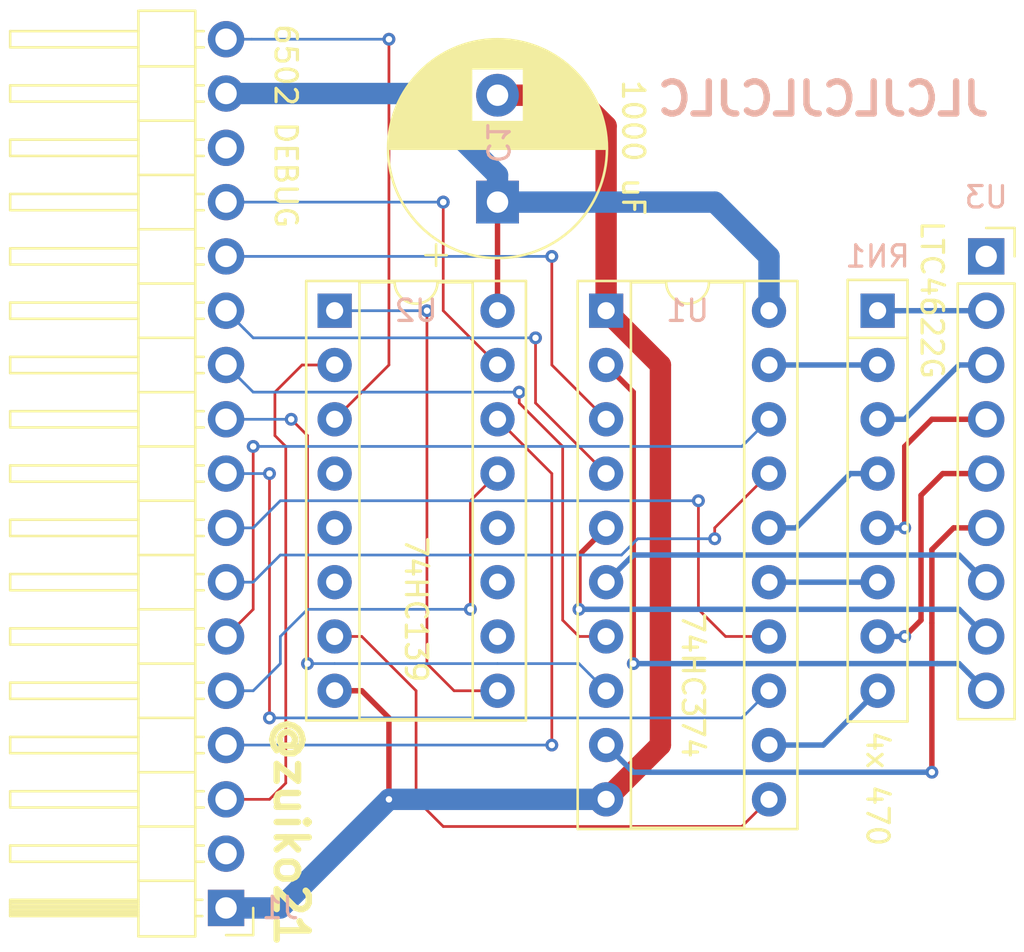
<source format=kicad_pcb>
(kicad_pcb (version 20171130) (host pcbnew "(5.1.2-1)-1")

  (general
    (thickness 1.6)
    (drawings 2)
    (tracks 185)
    (zones 0)
    (modules 6)
    (nets 30)
  )

  (page A4)
  (layers
    (0 F.Cu signal)
    (31 B.Cu signal)
    (32 B.Adhes user)
    (33 F.Adhes user)
    (34 B.Paste user)
    (35 F.Paste user)
    (36 B.SilkS user)
    (37 F.SilkS user)
    (38 B.Mask user)
    (39 F.Mask user)
    (40 Dwgs.User user)
    (41 Cmts.User user)
    (42 Eco1.User user)
    (43 Eco2.User user)
    (44 Edge.Cuts user)
    (45 Margin user)
    (46 B.CrtYd user)
    (47 F.CrtYd user)
    (48 B.Fab user)
    (49 F.Fab user)
  )

  (setup
    (last_trace_width 0.25)
    (user_trace_width 0.127)
    (user_trace_width 0.1778)
    (user_trace_width 0.254)
    (user_trace_width 1)
    (trace_clearance 0.2)
    (zone_clearance 0.508)
    (zone_45_only no)
    (trace_min 0.127)
    (via_size 0.8)
    (via_drill 0.4)
    (via_min_size 0.6)
    (via_min_drill 0.3)
    (user_via 0.6 0.3)
    (user_via 0.62 0.31)
    (user_via 0.8 0.4)
    (uvia_size 0.4)
    (uvia_drill 0.2)
    (uvias_allowed no)
    (uvia_min_size 0.4)
    (uvia_min_drill 0.2)
    (edge_width 0.05)
    (segment_width 0.2)
    (pcb_text_width 0.3)
    (pcb_text_size 1.5 1.5)
    (mod_edge_width 0.12)
    (mod_text_size 1 1)
    (mod_text_width 0.15)
    (pad_size 1.524 1.524)
    (pad_drill 0.762)
    (pad_to_mask_clearance 0.051)
    (solder_mask_min_width 0.25)
    (aux_axis_origin 0 0)
    (visible_elements FFFFFF7F)
    (pcbplotparams
      (layerselection 0x010fc_ffffffff)
      (usegerberextensions false)
      (usegerberattributes false)
      (usegerberadvancedattributes false)
      (creategerberjobfile false)
      (excludeedgelayer true)
      (linewidth 0.100000)
      (plotframeref false)
      (viasonmask false)
      (mode 1)
      (useauxorigin false)
      (hpglpennumber 1)
      (hpglpenspeed 20)
      (hpglpendiameter 15.000000)
      (psnegative false)
      (psa4output false)
      (plotreference true)
      (plotvalue true)
      (plotinvisibletext false)
      (padsonsilk false)
      (subtractmaskfromsilk false)
      (outputformat 1)
      (mirror false)
      (drillshape 1)
      (scaleselection 1)
      (outputdirectory ""))
  )

  (net 0 "")
  (net 1 GND)
  (net 2 +5V)
  (net 3 /A13)
  (net 4 /A14)
  (net 5 /A15)
  (net 6 /D7)
  (net 7 /D6)
  (net 8 /D5)
  (net 9 /D4)
  (net 10 /D3)
  (net 11 /D2)
  (net 12 /D1)
  (net 13 /D0)
  (net 14 /R~W)
  (net 15 /CLK)
  (net 16 /KPG)
  (net 17 "Net-(RN1-Pad7)")
  (net 18 /KCF)
  (net 19 "Net-(RN1-Pad5)")
  (net 20 /KBD)
  (net 21 "Net-(RN1-Pad3)")
  (net 22 /KAD)
  (net 23 "Net-(RN1-Pad1)")
  (net 24 /A2R)
  (net 25 /A2L)
  (net 26 /A1R)
  (net 27 /A1L)
  (net 28 /~DISP)
  (net 29 /~ROM)

  (net_class Default "Esta es la clase de red por defecto."
    (clearance 0.2)
    (trace_width 0.25)
    (via_dia 0.8)
    (via_drill 0.4)
    (uvia_dia 0.4)
    (uvia_drill 0.2)
    (add_net +5V)
    (add_net /A13)
    (add_net /A14)
    (add_net /A15)
    (add_net /A1L)
    (add_net /A1R)
    (add_net /A2L)
    (add_net /A2R)
    (add_net /CLK)
    (add_net /D0)
    (add_net /D1)
    (add_net /D2)
    (add_net /D3)
    (add_net /D4)
    (add_net /D5)
    (add_net /D6)
    (add_net /D7)
    (add_net /KAD)
    (add_net /KBD)
    (add_net /KCF)
    (add_net /KPG)
    (add_net /R~W)
    (add_net /~DISP)
    (add_net /~ROM)
    (add_net GND)
    (add_net "Net-(RN1-Pad1)")
    (add_net "Net-(RN1-Pad3)")
    (add_net "Net-(RN1-Pad5)")
    (add_net "Net-(RN1-Pad7)")
  )

  (net_class JLC ""
    (clearance 0.127)
    (trace_width 0.127)
    (via_dia 0.6)
    (via_drill 0.3)
    (uvia_dia 0.4)
    (uvia_drill 0.2)
  )

  (module Connector_PinSocket_2.54mm:PinSocket_1x09_P2.54mm_Vertical (layer F.Cu) (tedit 5A19A431) (tstamp 6193241B)
    (at 60.96 27.94)
    (descr "Through hole straight socket strip, 1x09, 2.54mm pitch, single row (from Kicad 4.0.7), script generated")
    (tags "Through hole socket strip THT 1x09 2.54mm single row")
    (path /6192C6B4)
    (fp_text reference U3 (at 0 -2.77) (layer B.SilkS)
      (effects (font (size 1 1) (thickness 0.15)) (justify mirror))
    )
    (fp_text value LTC4622G (at -2.54 2.032 270 unlocked) (layer F.SilkS)
      (effects (font (size 1 1) (thickness 0.15)))
    )
    (fp_text user %R (at 0 10.16 90) (layer F.Fab)
      (effects (font (size 1 1) (thickness 0.15)))
    )
    (fp_line (start -1.8 22.1) (end -1.8 -1.8) (layer F.CrtYd) (width 0.05))
    (fp_line (start 1.75 22.1) (end -1.8 22.1) (layer F.CrtYd) (width 0.05))
    (fp_line (start 1.75 -1.8) (end 1.75 22.1) (layer F.CrtYd) (width 0.05))
    (fp_line (start -1.8 -1.8) (end 1.75 -1.8) (layer F.CrtYd) (width 0.05))
    (fp_line (start 0 -1.33) (end 1.33 -1.33) (layer F.SilkS) (width 0.12))
    (fp_line (start 1.33 -1.33) (end 1.33 0) (layer F.SilkS) (width 0.12))
    (fp_line (start 1.33 1.27) (end 1.33 21.65) (layer F.SilkS) (width 0.12))
    (fp_line (start -1.33 21.65) (end 1.33 21.65) (layer F.SilkS) (width 0.12))
    (fp_line (start -1.33 1.27) (end -1.33 21.65) (layer F.SilkS) (width 0.12))
    (fp_line (start -1.33 1.27) (end 1.33 1.27) (layer F.SilkS) (width 0.12))
    (fp_line (start -1.27 21.59) (end -1.27 -1.27) (layer F.Fab) (width 0.1))
    (fp_line (start 1.27 21.59) (end -1.27 21.59) (layer F.Fab) (width 0.1))
    (fp_line (start 1.27 -0.635) (end 1.27 21.59) (layer F.Fab) (width 0.1))
    (fp_line (start 0.635 -1.27) (end 1.27 -0.635) (layer F.Fab) (width 0.1))
    (fp_line (start -1.27 -1.27) (end 0.635 -1.27) (layer F.Fab) (width 0.1))
    (pad 9 thru_hole oval (at 0 20.32) (size 1.7 1.7) (drill 1) (layers *.Cu *.Mask)
      (net 27 /A1L))
    (pad 8 thru_hole oval (at 0 17.78) (size 1.7 1.7) (drill 1) (layers *.Cu *.Mask)
      (net 26 /A1R))
    (pad 7 thru_hole oval (at 0 15.24) (size 1.7 1.7) (drill 1) (layers *.Cu *.Mask)
      (net 25 /A2L))
    (pad 6 thru_hole oval (at 0 12.7) (size 1.7 1.7) (drill 1) (layers *.Cu *.Mask)
      (net 24 /A2R))
    (pad 5 thru_hole oval (at 0 10.16) (size 1.7 1.7) (drill 1) (layers *.Cu *.Mask)
      (net 17 "Net-(RN1-Pad7)"))
    (pad 4 thru_hole oval (at 0 7.62) (size 1.7 1.7) (drill 1) (layers *.Cu *.Mask)
      (net 19 "Net-(RN1-Pad5)"))
    (pad 3 thru_hole oval (at 0 5.08) (size 1.7 1.7) (drill 1) (layers *.Cu *.Mask)
      (net 21 "Net-(RN1-Pad3)"))
    (pad 2 thru_hole oval (at 0 2.54) (size 1.7 1.7) (drill 1) (layers *.Cu *.Mask)
      (net 23 "Net-(RN1-Pad1)"))
    (pad 1 thru_hole rect (at 0 0) (size 1.7 1.7) (drill 1) (layers *.Cu *.Mask))
    (model ${KISYS3DMOD}/Connector_PinSocket_2.54mm.3dshapes/PinSocket_1x09_P2.54mm_Vertical.wrl
      (at (xyz 0 0 0))
      (scale (xyz 1 1 1))
      (rotate (xyz 0 0 0))
    )
  )

  (module Package_DIP:DIP-16_W7.62mm_Socket (layer F.Cu) (tedit 5A02E8C5) (tstamp 619370AA)
    (at 30.48 30.48)
    (descr "16-lead though-hole mounted DIP package, row spacing 7.62 mm (300 mils), Socket")
    (tags "THT DIP DIL PDIP 2.54mm 7.62mm 300mil Socket")
    (path /6192F327)
    (fp_text reference U2 (at 3.81 0) (layer B.SilkS)
      (effects (font (size 1 1) (thickness 0.15)) (justify mirror))
    )
    (fp_text value 74HC139 (at 3.81 13.97 270 unlocked) (layer F.SilkS)
      (effects (font (size 1 1) (thickness 0.15)))
    )
    (fp_text user %R (at 3.81 8.89) (layer F.Fab)
      (effects (font (size 1 1) (thickness 0.15)))
    )
    (fp_line (start 9.15 -1.6) (end -1.55 -1.6) (layer F.CrtYd) (width 0.05))
    (fp_line (start 9.15 19.4) (end 9.15 -1.6) (layer F.CrtYd) (width 0.05))
    (fp_line (start -1.55 19.4) (end 9.15 19.4) (layer F.CrtYd) (width 0.05))
    (fp_line (start -1.55 -1.6) (end -1.55 19.4) (layer F.CrtYd) (width 0.05))
    (fp_line (start 8.95 -1.39) (end -1.33 -1.39) (layer F.SilkS) (width 0.12))
    (fp_line (start 8.95 19.17) (end 8.95 -1.39) (layer F.SilkS) (width 0.12))
    (fp_line (start -1.33 19.17) (end 8.95 19.17) (layer F.SilkS) (width 0.12))
    (fp_line (start -1.33 -1.39) (end -1.33 19.17) (layer F.SilkS) (width 0.12))
    (fp_line (start 6.46 -1.33) (end 4.81 -1.33) (layer F.SilkS) (width 0.12))
    (fp_line (start 6.46 19.11) (end 6.46 -1.33) (layer F.SilkS) (width 0.12))
    (fp_line (start 1.16 19.11) (end 6.46 19.11) (layer F.SilkS) (width 0.12))
    (fp_line (start 1.16 -1.33) (end 1.16 19.11) (layer F.SilkS) (width 0.12))
    (fp_line (start 2.81 -1.33) (end 1.16 -1.33) (layer F.SilkS) (width 0.12))
    (fp_line (start 8.89 -1.33) (end -1.27 -1.33) (layer F.Fab) (width 0.1))
    (fp_line (start 8.89 19.11) (end 8.89 -1.33) (layer F.Fab) (width 0.1))
    (fp_line (start -1.27 19.11) (end 8.89 19.11) (layer F.Fab) (width 0.1))
    (fp_line (start -1.27 -1.33) (end -1.27 19.11) (layer F.Fab) (width 0.1))
    (fp_line (start 0.635 -0.27) (end 1.635 -1.27) (layer F.Fab) (width 0.1))
    (fp_line (start 0.635 19.05) (end 0.635 -0.27) (layer F.Fab) (width 0.1))
    (fp_line (start 6.985 19.05) (end 0.635 19.05) (layer F.Fab) (width 0.1))
    (fp_line (start 6.985 -1.27) (end 6.985 19.05) (layer F.Fab) (width 0.1))
    (fp_line (start 1.635 -1.27) (end 6.985 -1.27) (layer F.Fab) (width 0.1))
    (fp_arc (start 3.81 -1.33) (end 2.81 -1.33) (angle -180) (layer F.SilkS) (width 0.12))
    (pad 16 thru_hole oval (at 7.62 0) (size 1.6 1.6) (drill 0.8) (layers *.Cu *.Mask)
      (net 2 +5V))
    (pad 8 thru_hole oval (at 0 17.78) (size 1.6 1.6) (drill 0.8) (layers *.Cu *.Mask)
      (net 1 GND))
    (pad 15 thru_hole oval (at 7.62 2.54) (size 1.6 1.6) (drill 0.8) (layers *.Cu *.Mask)
      (net 14 /R~W))
    (pad 7 thru_hole oval (at 0 15.24) (size 1.6 1.6) (drill 0.8) (layers *.Cu *.Mask)
      (net 28 /~DISP))
    (pad 14 thru_hole oval (at 7.62 5.08) (size 1.6 1.6) (drill 0.8) (layers *.Cu *.Mask)
      (net 4 /A14))
    (pad 6 thru_hole oval (at 0 12.7) (size 1.6 1.6) (drill 0.8) (layers *.Cu *.Mask))
    (pad 13 thru_hole oval (at 7.62 7.62) (size 1.6 1.6) (drill 0.8) (layers *.Cu *.Mask)
      (net 5 /A15))
    (pad 5 thru_hole oval (at 0 10.16) (size 1.6 1.6) (drill 0.8) (layers *.Cu *.Mask))
    (pad 12 thru_hole oval (at 7.62 10.16) (size 1.6 1.6) (drill 0.8) (layers *.Cu *.Mask))
    (pad 4 thru_hole oval (at 0 7.62) (size 1.6 1.6) (drill 0.8) (layers *.Cu *.Mask))
    (pad 11 thru_hole oval (at 7.62 12.7) (size 1.6 1.6) (drill 0.8) (layers *.Cu *.Mask))
    (pad 3 thru_hole oval (at 0 5.08) (size 1.6 1.6) (drill 0.8) (layers *.Cu *.Mask)
      (net 15 /CLK))
    (pad 10 thru_hole oval (at 7.62 15.24) (size 1.6 1.6) (drill 0.8) (layers *.Cu *.Mask))
    (pad 2 thru_hole oval (at 0 2.54) (size 1.6 1.6) (drill 0.8) (layers *.Cu *.Mask)
      (net 3 /A13))
    (pad 9 thru_hole oval (at 7.62 17.78) (size 1.6 1.6) (drill 0.8) (layers *.Cu *.Mask)
      (net 29 /~ROM))
    (pad 1 thru_hole rect (at 0 0) (size 1.6 1.6) (drill 0.8) (layers *.Cu *.Mask)
      (net 29 /~ROM))
    (model ${KISYS3DMOD}/Package_DIP.3dshapes/DIP-16_W7.62mm_Socket.wrl
      (at (xyz 0 0 0))
      (scale (xyz 1 1 1))
      (rotate (xyz 0 0 0))
    )
  )

  (module Package_DIP:DIP-20_W7.62mm_Socket (layer F.Cu) (tedit 5A02E8C5) (tstamp 619323CA)
    (at 43.18 30.48)
    (descr "20-lead though-hole mounted DIP package, row spacing 7.62 mm (300 mils), Socket")
    (tags "THT DIP DIL PDIP 2.54mm 7.62mm 300mil Socket")
    (path /6192D715)
    (fp_text reference U1 (at 3.81 0) (layer B.SilkS)
      (effects (font (size 1 1) (thickness 0.15)) (justify mirror))
    )
    (fp_text value 74HC374 (at 4.064 17.526 270 unlocked) (layer F.SilkS)
      (effects (font (size 1 1) (thickness 0.15)))
    )
    (fp_text user %R (at 3.81 11.43) (layer F.Fab)
      (effects (font (size 1 1) (thickness 0.15)))
    )
    (fp_line (start 9.15 -1.6) (end -1.55 -1.6) (layer F.CrtYd) (width 0.05))
    (fp_line (start 9.15 24.45) (end 9.15 -1.6) (layer F.CrtYd) (width 0.05))
    (fp_line (start -1.55 24.45) (end 9.15 24.45) (layer F.CrtYd) (width 0.05))
    (fp_line (start -1.55 -1.6) (end -1.55 24.45) (layer F.CrtYd) (width 0.05))
    (fp_line (start 8.95 -1.39) (end -1.33 -1.39) (layer F.SilkS) (width 0.12))
    (fp_line (start 8.95 24.25) (end 8.95 -1.39) (layer F.SilkS) (width 0.12))
    (fp_line (start -1.33 24.25) (end 8.95 24.25) (layer F.SilkS) (width 0.12))
    (fp_line (start -1.33 -1.39) (end -1.33 24.25) (layer F.SilkS) (width 0.12))
    (fp_line (start 6.46 -1.33) (end 4.81 -1.33) (layer F.SilkS) (width 0.12))
    (fp_line (start 6.46 24.19) (end 6.46 -1.33) (layer F.SilkS) (width 0.12))
    (fp_line (start 1.16 24.19) (end 6.46 24.19) (layer F.SilkS) (width 0.12))
    (fp_line (start 1.16 -1.33) (end 1.16 24.19) (layer F.SilkS) (width 0.12))
    (fp_line (start 2.81 -1.33) (end 1.16 -1.33) (layer F.SilkS) (width 0.12))
    (fp_line (start 8.89 -1.33) (end -1.27 -1.33) (layer F.Fab) (width 0.1))
    (fp_line (start 8.89 24.19) (end 8.89 -1.33) (layer F.Fab) (width 0.1))
    (fp_line (start -1.27 24.19) (end 8.89 24.19) (layer F.Fab) (width 0.1))
    (fp_line (start -1.27 -1.33) (end -1.27 24.19) (layer F.Fab) (width 0.1))
    (fp_line (start 0.635 -0.27) (end 1.635 -1.27) (layer F.Fab) (width 0.1))
    (fp_line (start 0.635 24.13) (end 0.635 -0.27) (layer F.Fab) (width 0.1))
    (fp_line (start 6.985 24.13) (end 0.635 24.13) (layer F.Fab) (width 0.1))
    (fp_line (start 6.985 -1.27) (end 6.985 24.13) (layer F.Fab) (width 0.1))
    (fp_line (start 1.635 -1.27) (end 6.985 -1.27) (layer F.Fab) (width 0.1))
    (fp_arc (start 3.81 -1.33) (end 2.81 -1.33) (angle -180) (layer F.SilkS) (width 0.12))
    (pad 20 thru_hole oval (at 7.62 0) (size 1.6 1.6) (drill 0.8) (layers *.Cu *.Mask)
      (net 2 +5V))
    (pad 10 thru_hole oval (at 0 22.86) (size 1.6 1.6) (drill 0.8) (layers *.Cu *.Mask)
      (net 1 GND))
    (pad 19 thru_hole oval (at 7.62 2.54) (size 1.6 1.6) (drill 0.8) (layers *.Cu *.Mask)
      (net 22 /KAD))
    (pad 9 thru_hole oval (at 0 20.32) (size 1.6 1.6) (drill 0.8) (layers *.Cu *.Mask)
      (net 24 /A2R))
    (pad 18 thru_hole oval (at 7.62 5.08) (size 1.6 1.6) (drill 0.8) (layers *.Cu *.Mask)
      (net 6 /D7))
    (pad 8 thru_hole oval (at 0 17.78) (size 1.6 1.6) (drill 0.8) (layers *.Cu *.Mask)
      (net 10 /D3))
    (pad 17 thru_hole oval (at 7.62 7.62) (size 1.6 1.6) (drill 0.8) (layers *.Cu *.Mask)
      (net 7 /D6))
    (pad 7 thru_hole oval (at 0 15.24) (size 1.6 1.6) (drill 0.8) (layers *.Cu *.Mask)
      (net 11 /D2))
    (pad 16 thru_hole oval (at 7.62 10.16) (size 1.6 1.6) (drill 0.8) (layers *.Cu *.Mask)
      (net 20 /KBD))
    (pad 6 thru_hole oval (at 0 12.7) (size 1.6 1.6) (drill 0.8) (layers *.Cu *.Mask)
      (net 25 /A2L))
    (pad 15 thru_hole oval (at 7.62 12.7) (size 1.6 1.6) (drill 0.8) (layers *.Cu *.Mask)
      (net 18 /KCF))
    (pad 5 thru_hole oval (at 0 10.16) (size 1.6 1.6) (drill 0.8) (layers *.Cu *.Mask)
      (net 26 /A1R))
    (pad 14 thru_hole oval (at 7.62 15.24) (size 1.6 1.6) (drill 0.8) (layers *.Cu *.Mask)
      (net 8 /D5))
    (pad 4 thru_hole oval (at 0 7.62) (size 1.6 1.6) (drill 0.8) (layers *.Cu *.Mask)
      (net 12 /D1))
    (pad 13 thru_hole oval (at 7.62 17.78) (size 1.6 1.6) (drill 0.8) (layers *.Cu *.Mask)
      (net 9 /D4))
    (pad 3 thru_hole oval (at 0 5.08) (size 1.6 1.6) (drill 0.8) (layers *.Cu *.Mask)
      (net 13 /D0))
    (pad 12 thru_hole oval (at 7.62 20.32) (size 1.6 1.6) (drill 0.8) (layers *.Cu *.Mask)
      (net 16 /KPG))
    (pad 2 thru_hole oval (at 0 2.54) (size 1.6 1.6) (drill 0.8) (layers *.Cu *.Mask)
      (net 27 /A1L))
    (pad 11 thru_hole oval (at 7.62 22.86) (size 1.6 1.6) (drill 0.8) (layers *.Cu *.Mask)
      (net 28 /~DISP))
    (pad 1 thru_hole rect (at 0 0) (size 1.6 1.6) (drill 0.8) (layers *.Cu *.Mask)
      (net 1 GND))
    (model ${KISYS3DMOD}/Package_DIP.3dshapes/DIP-20_W7.62mm_Socket.wrl
      (at (xyz 0 0 0))
      (scale (xyz 1 1 1))
      (rotate (xyz 0 0 0))
    )
  )

  (module Resistor_THT:R_Array_SIP8 (layer F.Cu) (tedit 5A14249F) (tstamp 6193239A)
    (at 55.88 30.48 270)
    (descr "8-pin Resistor SIP pack")
    (tags R)
    (path /619BFB87)
    (fp_text reference RN1 (at -2.54 0 180) (layer B.SilkS)
      (effects (font (size 1 1) (thickness 0.15)) (justify mirror))
    )
    (fp_text value "4x 470" (at 22.352 0 270 unlocked) (layer F.SilkS)
      (effects (font (size 1 1) (thickness 0.15)))
    )
    (fp_line (start 19.5 -1.65) (end -1.7 -1.65) (layer F.CrtYd) (width 0.05))
    (fp_line (start 19.5 1.65) (end 19.5 -1.65) (layer F.CrtYd) (width 0.05))
    (fp_line (start -1.7 1.65) (end 19.5 1.65) (layer F.CrtYd) (width 0.05))
    (fp_line (start -1.7 -1.65) (end -1.7 1.65) (layer F.CrtYd) (width 0.05))
    (fp_line (start 1.27 -1.4) (end 1.27 1.4) (layer F.SilkS) (width 0.12))
    (fp_line (start 19.22 -1.4) (end -1.44 -1.4) (layer F.SilkS) (width 0.12))
    (fp_line (start 19.22 1.4) (end 19.22 -1.4) (layer F.SilkS) (width 0.12))
    (fp_line (start -1.44 1.4) (end 19.22 1.4) (layer F.SilkS) (width 0.12))
    (fp_line (start -1.44 -1.4) (end -1.44 1.4) (layer F.SilkS) (width 0.12))
    (fp_line (start 1.27 -1.25) (end 1.27 1.25) (layer F.Fab) (width 0.1))
    (fp_line (start 19.07 -1.25) (end -1.29 -1.25) (layer F.Fab) (width 0.1))
    (fp_line (start 19.07 1.25) (end 19.07 -1.25) (layer F.Fab) (width 0.1))
    (fp_line (start -1.29 1.25) (end 19.07 1.25) (layer F.Fab) (width 0.1))
    (fp_line (start -1.29 -1.25) (end -1.29 1.25) (layer F.Fab) (width 0.1))
    (fp_text user %R (at 8.89 0 90) (layer F.Fab)
      (effects (font (size 1 1) (thickness 0.15)))
    )
    (pad 8 thru_hole oval (at 17.78 0 270) (size 1.6 1.6) (drill 0.8) (layers *.Cu *.Mask)
      (net 16 /KPG))
    (pad 7 thru_hole oval (at 15.24 0 270) (size 1.6 1.6) (drill 0.8) (layers *.Cu *.Mask)
      (net 17 "Net-(RN1-Pad7)"))
    (pad 6 thru_hole oval (at 12.7 0 270) (size 1.6 1.6) (drill 0.8) (layers *.Cu *.Mask)
      (net 18 /KCF))
    (pad 5 thru_hole oval (at 10.16 0 270) (size 1.6 1.6) (drill 0.8) (layers *.Cu *.Mask)
      (net 19 "Net-(RN1-Pad5)"))
    (pad 4 thru_hole oval (at 7.62 0 270) (size 1.6 1.6) (drill 0.8) (layers *.Cu *.Mask)
      (net 20 /KBD))
    (pad 3 thru_hole oval (at 5.08 0 270) (size 1.6 1.6) (drill 0.8) (layers *.Cu *.Mask)
      (net 21 "Net-(RN1-Pad3)"))
    (pad 2 thru_hole oval (at 2.54 0 270) (size 1.6 1.6) (drill 0.8) (layers *.Cu *.Mask)
      (net 22 /KAD))
    (pad 1 thru_hole rect (at 0 0 270) (size 1.6 1.6) (drill 0.8) (layers *.Cu *.Mask)
      (net 23 "Net-(RN1-Pad1)"))
    (model ${KISYS3DMOD}/Resistor_THT.3dshapes/R_Array_SIP8.wrl
      (at (xyz 0 0 0))
      (scale (xyz 1 1 1))
      (rotate (xyz 0 0 0))
    )
  )

  (module Connector_PinHeader_2.54mm:PinHeader_1x17_P2.54mm_Horizontal (layer F.Cu) (tedit 59FED5CB) (tstamp 6193401E)
    (at 25.4 58.42 180)
    (descr "Through hole angled pin header, 1x17, 2.54mm pitch, 6mm pin length, single row")
    (tags "Through hole angled pin header THT 1x17 2.54mm single row")
    (path /619B0743)
    (fp_text reference J1 (at -2.54 0) (layer B.SilkS)
      (effects (font (size 1 1) (thickness 0.15)) (justify mirror))
    )
    (fp_text value "6502 DEBUG" (at -2.794 36.576 270 unlocked) (layer F.SilkS)
      (effects (font (size 1 1) (thickness 0.15)))
    )
    (fp_text user %R (at 2.77 20.32 90) (layer F.Fab)
      (effects (font (size 1 1) (thickness 0.15)))
    )
    (fp_line (start 10.55 -1.8) (end -1.8 -1.8) (layer F.CrtYd) (width 0.05))
    (fp_line (start 10.55 42.45) (end 10.55 -1.8) (layer F.CrtYd) (width 0.05))
    (fp_line (start -1.8 42.45) (end 10.55 42.45) (layer F.CrtYd) (width 0.05))
    (fp_line (start -1.8 -1.8) (end -1.8 42.45) (layer F.CrtYd) (width 0.05))
    (fp_line (start -1.27 -1.27) (end 0 -1.27) (layer F.SilkS) (width 0.12))
    (fp_line (start -1.27 0) (end -1.27 -1.27) (layer F.SilkS) (width 0.12))
    (fp_line (start 1.042929 41.02) (end 1.44 41.02) (layer F.SilkS) (width 0.12))
    (fp_line (start 1.042929 40.26) (end 1.44 40.26) (layer F.SilkS) (width 0.12))
    (fp_line (start 10.1 41.02) (end 4.1 41.02) (layer F.SilkS) (width 0.12))
    (fp_line (start 10.1 40.26) (end 10.1 41.02) (layer F.SilkS) (width 0.12))
    (fp_line (start 4.1 40.26) (end 10.1 40.26) (layer F.SilkS) (width 0.12))
    (fp_line (start 1.44 39.37) (end 4.1 39.37) (layer F.SilkS) (width 0.12))
    (fp_line (start 1.042929 38.48) (end 1.44 38.48) (layer F.SilkS) (width 0.12))
    (fp_line (start 1.042929 37.72) (end 1.44 37.72) (layer F.SilkS) (width 0.12))
    (fp_line (start 10.1 38.48) (end 4.1 38.48) (layer F.SilkS) (width 0.12))
    (fp_line (start 10.1 37.72) (end 10.1 38.48) (layer F.SilkS) (width 0.12))
    (fp_line (start 4.1 37.72) (end 10.1 37.72) (layer F.SilkS) (width 0.12))
    (fp_line (start 1.44 36.83) (end 4.1 36.83) (layer F.SilkS) (width 0.12))
    (fp_line (start 1.042929 35.94) (end 1.44 35.94) (layer F.SilkS) (width 0.12))
    (fp_line (start 1.042929 35.18) (end 1.44 35.18) (layer F.SilkS) (width 0.12))
    (fp_line (start 10.1 35.94) (end 4.1 35.94) (layer F.SilkS) (width 0.12))
    (fp_line (start 10.1 35.18) (end 10.1 35.94) (layer F.SilkS) (width 0.12))
    (fp_line (start 4.1 35.18) (end 10.1 35.18) (layer F.SilkS) (width 0.12))
    (fp_line (start 1.44 34.29) (end 4.1 34.29) (layer F.SilkS) (width 0.12))
    (fp_line (start 1.042929 33.4) (end 1.44 33.4) (layer F.SilkS) (width 0.12))
    (fp_line (start 1.042929 32.64) (end 1.44 32.64) (layer F.SilkS) (width 0.12))
    (fp_line (start 10.1 33.4) (end 4.1 33.4) (layer F.SilkS) (width 0.12))
    (fp_line (start 10.1 32.64) (end 10.1 33.4) (layer F.SilkS) (width 0.12))
    (fp_line (start 4.1 32.64) (end 10.1 32.64) (layer F.SilkS) (width 0.12))
    (fp_line (start 1.44 31.75) (end 4.1 31.75) (layer F.SilkS) (width 0.12))
    (fp_line (start 1.042929 30.86) (end 1.44 30.86) (layer F.SilkS) (width 0.12))
    (fp_line (start 1.042929 30.1) (end 1.44 30.1) (layer F.SilkS) (width 0.12))
    (fp_line (start 10.1 30.86) (end 4.1 30.86) (layer F.SilkS) (width 0.12))
    (fp_line (start 10.1 30.1) (end 10.1 30.86) (layer F.SilkS) (width 0.12))
    (fp_line (start 4.1 30.1) (end 10.1 30.1) (layer F.SilkS) (width 0.12))
    (fp_line (start 1.44 29.21) (end 4.1 29.21) (layer F.SilkS) (width 0.12))
    (fp_line (start 1.042929 28.32) (end 1.44 28.32) (layer F.SilkS) (width 0.12))
    (fp_line (start 1.042929 27.56) (end 1.44 27.56) (layer F.SilkS) (width 0.12))
    (fp_line (start 10.1 28.32) (end 4.1 28.32) (layer F.SilkS) (width 0.12))
    (fp_line (start 10.1 27.56) (end 10.1 28.32) (layer F.SilkS) (width 0.12))
    (fp_line (start 4.1 27.56) (end 10.1 27.56) (layer F.SilkS) (width 0.12))
    (fp_line (start 1.44 26.67) (end 4.1 26.67) (layer F.SilkS) (width 0.12))
    (fp_line (start 1.042929 25.78) (end 1.44 25.78) (layer F.SilkS) (width 0.12))
    (fp_line (start 1.042929 25.02) (end 1.44 25.02) (layer F.SilkS) (width 0.12))
    (fp_line (start 10.1 25.78) (end 4.1 25.78) (layer F.SilkS) (width 0.12))
    (fp_line (start 10.1 25.02) (end 10.1 25.78) (layer F.SilkS) (width 0.12))
    (fp_line (start 4.1 25.02) (end 10.1 25.02) (layer F.SilkS) (width 0.12))
    (fp_line (start 1.44 24.13) (end 4.1 24.13) (layer F.SilkS) (width 0.12))
    (fp_line (start 1.042929 23.24) (end 1.44 23.24) (layer F.SilkS) (width 0.12))
    (fp_line (start 1.042929 22.48) (end 1.44 22.48) (layer F.SilkS) (width 0.12))
    (fp_line (start 10.1 23.24) (end 4.1 23.24) (layer F.SilkS) (width 0.12))
    (fp_line (start 10.1 22.48) (end 10.1 23.24) (layer F.SilkS) (width 0.12))
    (fp_line (start 4.1 22.48) (end 10.1 22.48) (layer F.SilkS) (width 0.12))
    (fp_line (start 1.44 21.59) (end 4.1 21.59) (layer F.SilkS) (width 0.12))
    (fp_line (start 1.042929 20.7) (end 1.44 20.7) (layer F.SilkS) (width 0.12))
    (fp_line (start 1.042929 19.94) (end 1.44 19.94) (layer F.SilkS) (width 0.12))
    (fp_line (start 10.1 20.7) (end 4.1 20.7) (layer F.SilkS) (width 0.12))
    (fp_line (start 10.1 19.94) (end 10.1 20.7) (layer F.SilkS) (width 0.12))
    (fp_line (start 4.1 19.94) (end 10.1 19.94) (layer F.SilkS) (width 0.12))
    (fp_line (start 1.44 19.05) (end 4.1 19.05) (layer F.SilkS) (width 0.12))
    (fp_line (start 1.042929 18.16) (end 1.44 18.16) (layer F.SilkS) (width 0.12))
    (fp_line (start 1.042929 17.4) (end 1.44 17.4) (layer F.SilkS) (width 0.12))
    (fp_line (start 10.1 18.16) (end 4.1 18.16) (layer F.SilkS) (width 0.12))
    (fp_line (start 10.1 17.4) (end 10.1 18.16) (layer F.SilkS) (width 0.12))
    (fp_line (start 4.1 17.4) (end 10.1 17.4) (layer F.SilkS) (width 0.12))
    (fp_line (start 1.44 16.51) (end 4.1 16.51) (layer F.SilkS) (width 0.12))
    (fp_line (start 1.042929 15.62) (end 1.44 15.62) (layer F.SilkS) (width 0.12))
    (fp_line (start 1.042929 14.86) (end 1.44 14.86) (layer F.SilkS) (width 0.12))
    (fp_line (start 10.1 15.62) (end 4.1 15.62) (layer F.SilkS) (width 0.12))
    (fp_line (start 10.1 14.86) (end 10.1 15.62) (layer F.SilkS) (width 0.12))
    (fp_line (start 4.1 14.86) (end 10.1 14.86) (layer F.SilkS) (width 0.12))
    (fp_line (start 1.44 13.97) (end 4.1 13.97) (layer F.SilkS) (width 0.12))
    (fp_line (start 1.042929 13.08) (end 1.44 13.08) (layer F.SilkS) (width 0.12))
    (fp_line (start 1.042929 12.32) (end 1.44 12.32) (layer F.SilkS) (width 0.12))
    (fp_line (start 10.1 13.08) (end 4.1 13.08) (layer F.SilkS) (width 0.12))
    (fp_line (start 10.1 12.32) (end 10.1 13.08) (layer F.SilkS) (width 0.12))
    (fp_line (start 4.1 12.32) (end 10.1 12.32) (layer F.SilkS) (width 0.12))
    (fp_line (start 1.44 11.43) (end 4.1 11.43) (layer F.SilkS) (width 0.12))
    (fp_line (start 1.042929 10.54) (end 1.44 10.54) (layer F.SilkS) (width 0.12))
    (fp_line (start 1.042929 9.78) (end 1.44 9.78) (layer F.SilkS) (width 0.12))
    (fp_line (start 10.1 10.54) (end 4.1 10.54) (layer F.SilkS) (width 0.12))
    (fp_line (start 10.1 9.78) (end 10.1 10.54) (layer F.SilkS) (width 0.12))
    (fp_line (start 4.1 9.78) (end 10.1 9.78) (layer F.SilkS) (width 0.12))
    (fp_line (start 1.44 8.89) (end 4.1 8.89) (layer F.SilkS) (width 0.12))
    (fp_line (start 1.042929 8) (end 1.44 8) (layer F.SilkS) (width 0.12))
    (fp_line (start 1.042929 7.24) (end 1.44 7.24) (layer F.SilkS) (width 0.12))
    (fp_line (start 10.1 8) (end 4.1 8) (layer F.SilkS) (width 0.12))
    (fp_line (start 10.1 7.24) (end 10.1 8) (layer F.SilkS) (width 0.12))
    (fp_line (start 4.1 7.24) (end 10.1 7.24) (layer F.SilkS) (width 0.12))
    (fp_line (start 1.44 6.35) (end 4.1 6.35) (layer F.SilkS) (width 0.12))
    (fp_line (start 1.042929 5.46) (end 1.44 5.46) (layer F.SilkS) (width 0.12))
    (fp_line (start 1.042929 4.7) (end 1.44 4.7) (layer F.SilkS) (width 0.12))
    (fp_line (start 10.1 5.46) (end 4.1 5.46) (layer F.SilkS) (width 0.12))
    (fp_line (start 10.1 4.7) (end 10.1 5.46) (layer F.SilkS) (width 0.12))
    (fp_line (start 4.1 4.7) (end 10.1 4.7) (layer F.SilkS) (width 0.12))
    (fp_line (start 1.44 3.81) (end 4.1 3.81) (layer F.SilkS) (width 0.12))
    (fp_line (start 1.042929 2.92) (end 1.44 2.92) (layer F.SilkS) (width 0.12))
    (fp_line (start 1.042929 2.16) (end 1.44 2.16) (layer F.SilkS) (width 0.12))
    (fp_line (start 10.1 2.92) (end 4.1 2.92) (layer F.SilkS) (width 0.12))
    (fp_line (start 10.1 2.16) (end 10.1 2.92) (layer F.SilkS) (width 0.12))
    (fp_line (start 4.1 2.16) (end 10.1 2.16) (layer F.SilkS) (width 0.12))
    (fp_line (start 1.44 1.27) (end 4.1 1.27) (layer F.SilkS) (width 0.12))
    (fp_line (start 1.11 0.38) (end 1.44 0.38) (layer F.SilkS) (width 0.12))
    (fp_line (start 1.11 -0.38) (end 1.44 -0.38) (layer F.SilkS) (width 0.12))
    (fp_line (start 4.1 0.28) (end 10.1 0.28) (layer F.SilkS) (width 0.12))
    (fp_line (start 4.1 0.16) (end 10.1 0.16) (layer F.SilkS) (width 0.12))
    (fp_line (start 4.1 0.04) (end 10.1 0.04) (layer F.SilkS) (width 0.12))
    (fp_line (start 4.1 -0.08) (end 10.1 -0.08) (layer F.SilkS) (width 0.12))
    (fp_line (start 4.1 -0.2) (end 10.1 -0.2) (layer F.SilkS) (width 0.12))
    (fp_line (start 4.1 -0.32) (end 10.1 -0.32) (layer F.SilkS) (width 0.12))
    (fp_line (start 10.1 0.38) (end 4.1 0.38) (layer F.SilkS) (width 0.12))
    (fp_line (start 10.1 -0.38) (end 10.1 0.38) (layer F.SilkS) (width 0.12))
    (fp_line (start 4.1 -0.38) (end 10.1 -0.38) (layer F.SilkS) (width 0.12))
    (fp_line (start 4.1 -1.33) (end 1.44 -1.33) (layer F.SilkS) (width 0.12))
    (fp_line (start 4.1 41.97) (end 4.1 -1.33) (layer F.SilkS) (width 0.12))
    (fp_line (start 1.44 41.97) (end 4.1 41.97) (layer F.SilkS) (width 0.12))
    (fp_line (start 1.44 -1.33) (end 1.44 41.97) (layer F.SilkS) (width 0.12))
    (fp_line (start 4.04 40.96) (end 10.04 40.96) (layer F.Fab) (width 0.1))
    (fp_line (start 10.04 40.32) (end 10.04 40.96) (layer F.Fab) (width 0.1))
    (fp_line (start 4.04 40.32) (end 10.04 40.32) (layer F.Fab) (width 0.1))
    (fp_line (start -0.32 40.96) (end 1.5 40.96) (layer F.Fab) (width 0.1))
    (fp_line (start -0.32 40.32) (end -0.32 40.96) (layer F.Fab) (width 0.1))
    (fp_line (start -0.32 40.32) (end 1.5 40.32) (layer F.Fab) (width 0.1))
    (fp_line (start 4.04 38.42) (end 10.04 38.42) (layer F.Fab) (width 0.1))
    (fp_line (start 10.04 37.78) (end 10.04 38.42) (layer F.Fab) (width 0.1))
    (fp_line (start 4.04 37.78) (end 10.04 37.78) (layer F.Fab) (width 0.1))
    (fp_line (start -0.32 38.42) (end 1.5 38.42) (layer F.Fab) (width 0.1))
    (fp_line (start -0.32 37.78) (end -0.32 38.42) (layer F.Fab) (width 0.1))
    (fp_line (start -0.32 37.78) (end 1.5 37.78) (layer F.Fab) (width 0.1))
    (fp_line (start 4.04 35.88) (end 10.04 35.88) (layer F.Fab) (width 0.1))
    (fp_line (start 10.04 35.24) (end 10.04 35.88) (layer F.Fab) (width 0.1))
    (fp_line (start 4.04 35.24) (end 10.04 35.24) (layer F.Fab) (width 0.1))
    (fp_line (start -0.32 35.88) (end 1.5 35.88) (layer F.Fab) (width 0.1))
    (fp_line (start -0.32 35.24) (end -0.32 35.88) (layer F.Fab) (width 0.1))
    (fp_line (start -0.32 35.24) (end 1.5 35.24) (layer F.Fab) (width 0.1))
    (fp_line (start 4.04 33.34) (end 10.04 33.34) (layer F.Fab) (width 0.1))
    (fp_line (start 10.04 32.7) (end 10.04 33.34) (layer F.Fab) (width 0.1))
    (fp_line (start 4.04 32.7) (end 10.04 32.7) (layer F.Fab) (width 0.1))
    (fp_line (start -0.32 33.34) (end 1.5 33.34) (layer F.Fab) (width 0.1))
    (fp_line (start -0.32 32.7) (end -0.32 33.34) (layer F.Fab) (width 0.1))
    (fp_line (start -0.32 32.7) (end 1.5 32.7) (layer F.Fab) (width 0.1))
    (fp_line (start 4.04 30.8) (end 10.04 30.8) (layer F.Fab) (width 0.1))
    (fp_line (start 10.04 30.16) (end 10.04 30.8) (layer F.Fab) (width 0.1))
    (fp_line (start 4.04 30.16) (end 10.04 30.16) (layer F.Fab) (width 0.1))
    (fp_line (start -0.32 30.8) (end 1.5 30.8) (layer F.Fab) (width 0.1))
    (fp_line (start -0.32 30.16) (end -0.32 30.8) (layer F.Fab) (width 0.1))
    (fp_line (start -0.32 30.16) (end 1.5 30.16) (layer F.Fab) (width 0.1))
    (fp_line (start 4.04 28.26) (end 10.04 28.26) (layer F.Fab) (width 0.1))
    (fp_line (start 10.04 27.62) (end 10.04 28.26) (layer F.Fab) (width 0.1))
    (fp_line (start 4.04 27.62) (end 10.04 27.62) (layer F.Fab) (width 0.1))
    (fp_line (start -0.32 28.26) (end 1.5 28.26) (layer F.Fab) (width 0.1))
    (fp_line (start -0.32 27.62) (end -0.32 28.26) (layer F.Fab) (width 0.1))
    (fp_line (start -0.32 27.62) (end 1.5 27.62) (layer F.Fab) (width 0.1))
    (fp_line (start 4.04 25.72) (end 10.04 25.72) (layer F.Fab) (width 0.1))
    (fp_line (start 10.04 25.08) (end 10.04 25.72) (layer F.Fab) (width 0.1))
    (fp_line (start 4.04 25.08) (end 10.04 25.08) (layer F.Fab) (width 0.1))
    (fp_line (start -0.32 25.72) (end 1.5 25.72) (layer F.Fab) (width 0.1))
    (fp_line (start -0.32 25.08) (end -0.32 25.72) (layer F.Fab) (width 0.1))
    (fp_line (start -0.32 25.08) (end 1.5 25.08) (layer F.Fab) (width 0.1))
    (fp_line (start 4.04 23.18) (end 10.04 23.18) (layer F.Fab) (width 0.1))
    (fp_line (start 10.04 22.54) (end 10.04 23.18) (layer F.Fab) (width 0.1))
    (fp_line (start 4.04 22.54) (end 10.04 22.54) (layer F.Fab) (width 0.1))
    (fp_line (start -0.32 23.18) (end 1.5 23.18) (layer F.Fab) (width 0.1))
    (fp_line (start -0.32 22.54) (end -0.32 23.18) (layer F.Fab) (width 0.1))
    (fp_line (start -0.32 22.54) (end 1.5 22.54) (layer F.Fab) (width 0.1))
    (fp_line (start 4.04 20.64) (end 10.04 20.64) (layer F.Fab) (width 0.1))
    (fp_line (start 10.04 20) (end 10.04 20.64) (layer F.Fab) (width 0.1))
    (fp_line (start 4.04 20) (end 10.04 20) (layer F.Fab) (width 0.1))
    (fp_line (start -0.32 20.64) (end 1.5 20.64) (layer F.Fab) (width 0.1))
    (fp_line (start -0.32 20) (end -0.32 20.64) (layer F.Fab) (width 0.1))
    (fp_line (start -0.32 20) (end 1.5 20) (layer F.Fab) (width 0.1))
    (fp_line (start 4.04 18.1) (end 10.04 18.1) (layer F.Fab) (width 0.1))
    (fp_line (start 10.04 17.46) (end 10.04 18.1) (layer F.Fab) (width 0.1))
    (fp_line (start 4.04 17.46) (end 10.04 17.46) (layer F.Fab) (width 0.1))
    (fp_line (start -0.32 18.1) (end 1.5 18.1) (layer F.Fab) (width 0.1))
    (fp_line (start -0.32 17.46) (end -0.32 18.1) (layer F.Fab) (width 0.1))
    (fp_line (start -0.32 17.46) (end 1.5 17.46) (layer F.Fab) (width 0.1))
    (fp_line (start 4.04 15.56) (end 10.04 15.56) (layer F.Fab) (width 0.1))
    (fp_line (start 10.04 14.92) (end 10.04 15.56) (layer F.Fab) (width 0.1))
    (fp_line (start 4.04 14.92) (end 10.04 14.92) (layer F.Fab) (width 0.1))
    (fp_line (start -0.32 15.56) (end 1.5 15.56) (layer F.Fab) (width 0.1))
    (fp_line (start -0.32 14.92) (end -0.32 15.56) (layer F.Fab) (width 0.1))
    (fp_line (start -0.32 14.92) (end 1.5 14.92) (layer F.Fab) (width 0.1))
    (fp_line (start 4.04 13.02) (end 10.04 13.02) (layer F.Fab) (width 0.1))
    (fp_line (start 10.04 12.38) (end 10.04 13.02) (layer F.Fab) (width 0.1))
    (fp_line (start 4.04 12.38) (end 10.04 12.38) (layer F.Fab) (width 0.1))
    (fp_line (start -0.32 13.02) (end 1.5 13.02) (layer F.Fab) (width 0.1))
    (fp_line (start -0.32 12.38) (end -0.32 13.02) (layer F.Fab) (width 0.1))
    (fp_line (start -0.32 12.38) (end 1.5 12.38) (layer F.Fab) (width 0.1))
    (fp_line (start 4.04 10.48) (end 10.04 10.48) (layer F.Fab) (width 0.1))
    (fp_line (start 10.04 9.84) (end 10.04 10.48) (layer F.Fab) (width 0.1))
    (fp_line (start 4.04 9.84) (end 10.04 9.84) (layer F.Fab) (width 0.1))
    (fp_line (start -0.32 10.48) (end 1.5 10.48) (layer F.Fab) (width 0.1))
    (fp_line (start -0.32 9.84) (end -0.32 10.48) (layer F.Fab) (width 0.1))
    (fp_line (start -0.32 9.84) (end 1.5 9.84) (layer F.Fab) (width 0.1))
    (fp_line (start 4.04 7.94) (end 10.04 7.94) (layer F.Fab) (width 0.1))
    (fp_line (start 10.04 7.3) (end 10.04 7.94) (layer F.Fab) (width 0.1))
    (fp_line (start 4.04 7.3) (end 10.04 7.3) (layer F.Fab) (width 0.1))
    (fp_line (start -0.32 7.94) (end 1.5 7.94) (layer F.Fab) (width 0.1))
    (fp_line (start -0.32 7.3) (end -0.32 7.94) (layer F.Fab) (width 0.1))
    (fp_line (start -0.32 7.3) (end 1.5 7.3) (layer F.Fab) (width 0.1))
    (fp_line (start 4.04 5.4) (end 10.04 5.4) (layer F.Fab) (width 0.1))
    (fp_line (start 10.04 4.76) (end 10.04 5.4) (layer F.Fab) (width 0.1))
    (fp_line (start 4.04 4.76) (end 10.04 4.76) (layer F.Fab) (width 0.1))
    (fp_line (start -0.32 5.4) (end 1.5 5.4) (layer F.Fab) (width 0.1))
    (fp_line (start -0.32 4.76) (end -0.32 5.4) (layer F.Fab) (width 0.1))
    (fp_line (start -0.32 4.76) (end 1.5 4.76) (layer F.Fab) (width 0.1))
    (fp_line (start 4.04 2.86) (end 10.04 2.86) (layer F.Fab) (width 0.1))
    (fp_line (start 10.04 2.22) (end 10.04 2.86) (layer F.Fab) (width 0.1))
    (fp_line (start 4.04 2.22) (end 10.04 2.22) (layer F.Fab) (width 0.1))
    (fp_line (start -0.32 2.86) (end 1.5 2.86) (layer F.Fab) (width 0.1))
    (fp_line (start -0.32 2.22) (end -0.32 2.86) (layer F.Fab) (width 0.1))
    (fp_line (start -0.32 2.22) (end 1.5 2.22) (layer F.Fab) (width 0.1))
    (fp_line (start 4.04 0.32) (end 10.04 0.32) (layer F.Fab) (width 0.1))
    (fp_line (start 10.04 -0.32) (end 10.04 0.32) (layer F.Fab) (width 0.1))
    (fp_line (start 4.04 -0.32) (end 10.04 -0.32) (layer F.Fab) (width 0.1))
    (fp_line (start -0.32 0.32) (end 1.5 0.32) (layer F.Fab) (width 0.1))
    (fp_line (start -0.32 -0.32) (end -0.32 0.32) (layer F.Fab) (width 0.1))
    (fp_line (start -0.32 -0.32) (end 1.5 -0.32) (layer F.Fab) (width 0.1))
    (fp_line (start 1.5 -0.635) (end 2.135 -1.27) (layer F.Fab) (width 0.1))
    (fp_line (start 1.5 41.91) (end 1.5 -0.635) (layer F.Fab) (width 0.1))
    (fp_line (start 4.04 41.91) (end 1.5 41.91) (layer F.Fab) (width 0.1))
    (fp_line (start 4.04 -1.27) (end 4.04 41.91) (layer F.Fab) (width 0.1))
    (fp_line (start 2.135 -1.27) (end 4.04 -1.27) (layer F.Fab) (width 0.1))
    (pad 17 thru_hole oval (at 0 40.64 180) (size 1.7 1.7) (drill 1) (layers *.Cu *.Mask)
      (net 15 /CLK))
    (pad 16 thru_hole oval (at 0 38.1 180) (size 1.7 1.7) (drill 1) (layers *.Cu *.Mask)
      (net 2 +5V))
    (pad 15 thru_hole oval (at 0 35.56 180) (size 1.7 1.7) (drill 1) (layers *.Cu *.Mask))
    (pad 14 thru_hole oval (at 0 33.02 180) (size 1.7 1.7) (drill 1) (layers *.Cu *.Mask)
      (net 14 /R~W))
    (pad 13 thru_hole oval (at 0 30.48 180) (size 1.7 1.7) (drill 1) (layers *.Cu *.Mask)
      (net 13 /D0))
    (pad 12 thru_hole oval (at 0 27.94 180) (size 1.7 1.7) (drill 1) (layers *.Cu *.Mask)
      (net 12 /D1))
    (pad 11 thru_hole oval (at 0 25.4 180) (size 1.7 1.7) (drill 1) (layers *.Cu *.Mask)
      (net 11 /D2))
    (pad 10 thru_hole oval (at 0 22.86 180) (size 1.7 1.7) (drill 1) (layers *.Cu *.Mask)
      (net 10 /D3))
    (pad 9 thru_hole oval (at 0 20.32 180) (size 1.7 1.7) (drill 1) (layers *.Cu *.Mask)
      (net 9 /D4))
    (pad 8 thru_hole oval (at 0 17.78 180) (size 1.7 1.7) (drill 1) (layers *.Cu *.Mask)
      (net 8 /D5))
    (pad 7 thru_hole oval (at 0 15.24 180) (size 1.7 1.7) (drill 1) (layers *.Cu *.Mask)
      (net 7 /D6))
    (pad 6 thru_hole oval (at 0 12.7 180) (size 1.7 1.7) (drill 1) (layers *.Cu *.Mask)
      (net 6 /D7))
    (pad 5 thru_hole oval (at 0 10.16 180) (size 1.7 1.7) (drill 1) (layers *.Cu *.Mask)
      (net 5 /A15))
    (pad 4 thru_hole oval (at 0 7.62 180) (size 1.7 1.7) (drill 1) (layers *.Cu *.Mask)
      (net 4 /A14))
    (pad 3 thru_hole oval (at 0 5.08 180) (size 1.7 1.7) (drill 1) (layers *.Cu *.Mask)
      (net 3 /A13))
    (pad 2 thru_hole oval (at 0 2.54 180) (size 1.7 1.7) (drill 1) (layers *.Cu *.Mask))
    (pad 1 thru_hole rect (at 0 0 180) (size 1.7 1.7) (drill 1) (layers *.Cu *.Mask)
      (net 1 GND))
    (model ${KISYS3DMOD}/Connector_PinHeader_2.54mm.3dshapes/PinHeader_1x17_P2.54mm_Horizontal.wrl
      (at (xyz 0 0 0))
      (scale (xyz 1 1 1))
      (rotate (xyz 0 0 0))
    )
  )

  (module Capacitor_THT:CP_Radial_D10.0mm_P5.00mm (layer F.Cu) (tedit 5AE50EF1) (tstamp 61932289)
    (at 38.1 25.4 90)
    (descr "CP, Radial series, Radial, pin pitch=5.00mm, , diameter=10mm, Electrolytic Capacitor")
    (tags "CP Radial series Radial pin pitch 5.00mm  diameter 10mm Electrolytic Capacitor")
    (path /61ACACB5)
    (fp_text reference C1 (at 2.794 0 270 unlocked) (layer B.SilkS)
      (effects (font (size 1 1) (thickness 0.15)) (justify mirror))
    )
    (fp_text value "1000 uF" (at 2.54 6.35 270 unlocked) (layer F.SilkS)
      (effects (font (size 1 1) (thickness 0.15)))
    )
    (fp_text user %R (at 2.5 0 90) (layer F.Fab)
      (effects (font (size 1 1) (thickness 0.15)))
    )
    (fp_line (start -2.479646 -3.375) (end -2.479646 -2.375) (layer F.SilkS) (width 0.12))
    (fp_line (start -2.979646 -2.875) (end -1.979646 -2.875) (layer F.SilkS) (width 0.12))
    (fp_line (start 7.581 -0.599) (end 7.581 0.599) (layer F.SilkS) (width 0.12))
    (fp_line (start 7.541 -0.862) (end 7.541 0.862) (layer F.SilkS) (width 0.12))
    (fp_line (start 7.501 -1.062) (end 7.501 1.062) (layer F.SilkS) (width 0.12))
    (fp_line (start 7.461 -1.23) (end 7.461 1.23) (layer F.SilkS) (width 0.12))
    (fp_line (start 7.421 -1.378) (end 7.421 1.378) (layer F.SilkS) (width 0.12))
    (fp_line (start 7.381 -1.51) (end 7.381 1.51) (layer F.SilkS) (width 0.12))
    (fp_line (start 7.341 -1.63) (end 7.341 1.63) (layer F.SilkS) (width 0.12))
    (fp_line (start 7.301 -1.742) (end 7.301 1.742) (layer F.SilkS) (width 0.12))
    (fp_line (start 7.261 -1.846) (end 7.261 1.846) (layer F.SilkS) (width 0.12))
    (fp_line (start 7.221 -1.944) (end 7.221 1.944) (layer F.SilkS) (width 0.12))
    (fp_line (start 7.181 -2.037) (end 7.181 2.037) (layer F.SilkS) (width 0.12))
    (fp_line (start 7.141 -2.125) (end 7.141 2.125) (layer F.SilkS) (width 0.12))
    (fp_line (start 7.101 -2.209) (end 7.101 2.209) (layer F.SilkS) (width 0.12))
    (fp_line (start 7.061 -2.289) (end 7.061 2.289) (layer F.SilkS) (width 0.12))
    (fp_line (start 7.021 -2.365) (end 7.021 2.365) (layer F.SilkS) (width 0.12))
    (fp_line (start 6.981 -2.439) (end 6.981 2.439) (layer F.SilkS) (width 0.12))
    (fp_line (start 6.941 -2.51) (end 6.941 2.51) (layer F.SilkS) (width 0.12))
    (fp_line (start 6.901 -2.579) (end 6.901 2.579) (layer F.SilkS) (width 0.12))
    (fp_line (start 6.861 -2.645) (end 6.861 2.645) (layer F.SilkS) (width 0.12))
    (fp_line (start 6.821 -2.709) (end 6.821 2.709) (layer F.SilkS) (width 0.12))
    (fp_line (start 6.781 -2.77) (end 6.781 2.77) (layer F.SilkS) (width 0.12))
    (fp_line (start 6.741 -2.83) (end 6.741 2.83) (layer F.SilkS) (width 0.12))
    (fp_line (start 6.701 -2.889) (end 6.701 2.889) (layer F.SilkS) (width 0.12))
    (fp_line (start 6.661 -2.945) (end 6.661 2.945) (layer F.SilkS) (width 0.12))
    (fp_line (start 6.621 -3) (end 6.621 3) (layer F.SilkS) (width 0.12))
    (fp_line (start 6.581 -3.054) (end 6.581 3.054) (layer F.SilkS) (width 0.12))
    (fp_line (start 6.541 -3.106) (end 6.541 3.106) (layer F.SilkS) (width 0.12))
    (fp_line (start 6.501 -3.156) (end 6.501 3.156) (layer F.SilkS) (width 0.12))
    (fp_line (start 6.461 -3.206) (end 6.461 3.206) (layer F.SilkS) (width 0.12))
    (fp_line (start 6.421 -3.254) (end 6.421 3.254) (layer F.SilkS) (width 0.12))
    (fp_line (start 6.381 -3.301) (end 6.381 3.301) (layer F.SilkS) (width 0.12))
    (fp_line (start 6.341 -3.347) (end 6.341 3.347) (layer F.SilkS) (width 0.12))
    (fp_line (start 6.301 -3.392) (end 6.301 3.392) (layer F.SilkS) (width 0.12))
    (fp_line (start 6.261 -3.436) (end 6.261 3.436) (layer F.SilkS) (width 0.12))
    (fp_line (start 6.221 1.241) (end 6.221 3.478) (layer F.SilkS) (width 0.12))
    (fp_line (start 6.221 -3.478) (end 6.221 -1.241) (layer F.SilkS) (width 0.12))
    (fp_line (start 6.181 1.241) (end 6.181 3.52) (layer F.SilkS) (width 0.12))
    (fp_line (start 6.181 -3.52) (end 6.181 -1.241) (layer F.SilkS) (width 0.12))
    (fp_line (start 6.141 1.241) (end 6.141 3.561) (layer F.SilkS) (width 0.12))
    (fp_line (start 6.141 -3.561) (end 6.141 -1.241) (layer F.SilkS) (width 0.12))
    (fp_line (start 6.101 1.241) (end 6.101 3.601) (layer F.SilkS) (width 0.12))
    (fp_line (start 6.101 -3.601) (end 6.101 -1.241) (layer F.SilkS) (width 0.12))
    (fp_line (start 6.061 1.241) (end 6.061 3.64) (layer F.SilkS) (width 0.12))
    (fp_line (start 6.061 -3.64) (end 6.061 -1.241) (layer F.SilkS) (width 0.12))
    (fp_line (start 6.021 1.241) (end 6.021 3.679) (layer F.SilkS) (width 0.12))
    (fp_line (start 6.021 -3.679) (end 6.021 -1.241) (layer F.SilkS) (width 0.12))
    (fp_line (start 5.981 1.241) (end 5.981 3.716) (layer F.SilkS) (width 0.12))
    (fp_line (start 5.981 -3.716) (end 5.981 -1.241) (layer F.SilkS) (width 0.12))
    (fp_line (start 5.941 1.241) (end 5.941 3.753) (layer F.SilkS) (width 0.12))
    (fp_line (start 5.941 -3.753) (end 5.941 -1.241) (layer F.SilkS) (width 0.12))
    (fp_line (start 5.901 1.241) (end 5.901 3.789) (layer F.SilkS) (width 0.12))
    (fp_line (start 5.901 -3.789) (end 5.901 -1.241) (layer F.SilkS) (width 0.12))
    (fp_line (start 5.861 1.241) (end 5.861 3.824) (layer F.SilkS) (width 0.12))
    (fp_line (start 5.861 -3.824) (end 5.861 -1.241) (layer F.SilkS) (width 0.12))
    (fp_line (start 5.821 1.241) (end 5.821 3.858) (layer F.SilkS) (width 0.12))
    (fp_line (start 5.821 -3.858) (end 5.821 -1.241) (layer F.SilkS) (width 0.12))
    (fp_line (start 5.781 1.241) (end 5.781 3.892) (layer F.SilkS) (width 0.12))
    (fp_line (start 5.781 -3.892) (end 5.781 -1.241) (layer F.SilkS) (width 0.12))
    (fp_line (start 5.741 1.241) (end 5.741 3.925) (layer F.SilkS) (width 0.12))
    (fp_line (start 5.741 -3.925) (end 5.741 -1.241) (layer F.SilkS) (width 0.12))
    (fp_line (start 5.701 1.241) (end 5.701 3.957) (layer F.SilkS) (width 0.12))
    (fp_line (start 5.701 -3.957) (end 5.701 -1.241) (layer F.SilkS) (width 0.12))
    (fp_line (start 5.661 1.241) (end 5.661 3.989) (layer F.SilkS) (width 0.12))
    (fp_line (start 5.661 -3.989) (end 5.661 -1.241) (layer F.SilkS) (width 0.12))
    (fp_line (start 5.621 1.241) (end 5.621 4.02) (layer F.SilkS) (width 0.12))
    (fp_line (start 5.621 -4.02) (end 5.621 -1.241) (layer F.SilkS) (width 0.12))
    (fp_line (start 5.581 1.241) (end 5.581 4.05) (layer F.SilkS) (width 0.12))
    (fp_line (start 5.581 -4.05) (end 5.581 -1.241) (layer F.SilkS) (width 0.12))
    (fp_line (start 5.541 1.241) (end 5.541 4.08) (layer F.SilkS) (width 0.12))
    (fp_line (start 5.541 -4.08) (end 5.541 -1.241) (layer F.SilkS) (width 0.12))
    (fp_line (start 5.501 1.241) (end 5.501 4.11) (layer F.SilkS) (width 0.12))
    (fp_line (start 5.501 -4.11) (end 5.501 -1.241) (layer F.SilkS) (width 0.12))
    (fp_line (start 5.461 1.241) (end 5.461 4.138) (layer F.SilkS) (width 0.12))
    (fp_line (start 5.461 -4.138) (end 5.461 -1.241) (layer F.SilkS) (width 0.12))
    (fp_line (start 5.421 1.241) (end 5.421 4.166) (layer F.SilkS) (width 0.12))
    (fp_line (start 5.421 -4.166) (end 5.421 -1.241) (layer F.SilkS) (width 0.12))
    (fp_line (start 5.381 1.241) (end 5.381 4.194) (layer F.SilkS) (width 0.12))
    (fp_line (start 5.381 -4.194) (end 5.381 -1.241) (layer F.SilkS) (width 0.12))
    (fp_line (start 5.341 1.241) (end 5.341 4.221) (layer F.SilkS) (width 0.12))
    (fp_line (start 5.341 -4.221) (end 5.341 -1.241) (layer F.SilkS) (width 0.12))
    (fp_line (start 5.301 1.241) (end 5.301 4.247) (layer F.SilkS) (width 0.12))
    (fp_line (start 5.301 -4.247) (end 5.301 -1.241) (layer F.SilkS) (width 0.12))
    (fp_line (start 5.261 1.241) (end 5.261 4.273) (layer F.SilkS) (width 0.12))
    (fp_line (start 5.261 -4.273) (end 5.261 -1.241) (layer F.SilkS) (width 0.12))
    (fp_line (start 5.221 1.241) (end 5.221 4.298) (layer F.SilkS) (width 0.12))
    (fp_line (start 5.221 -4.298) (end 5.221 -1.241) (layer F.SilkS) (width 0.12))
    (fp_line (start 5.181 1.241) (end 5.181 4.323) (layer F.SilkS) (width 0.12))
    (fp_line (start 5.181 -4.323) (end 5.181 -1.241) (layer F.SilkS) (width 0.12))
    (fp_line (start 5.141 1.241) (end 5.141 4.347) (layer F.SilkS) (width 0.12))
    (fp_line (start 5.141 -4.347) (end 5.141 -1.241) (layer F.SilkS) (width 0.12))
    (fp_line (start 5.101 1.241) (end 5.101 4.371) (layer F.SilkS) (width 0.12))
    (fp_line (start 5.101 -4.371) (end 5.101 -1.241) (layer F.SilkS) (width 0.12))
    (fp_line (start 5.061 1.241) (end 5.061 4.395) (layer F.SilkS) (width 0.12))
    (fp_line (start 5.061 -4.395) (end 5.061 -1.241) (layer F.SilkS) (width 0.12))
    (fp_line (start 5.021 1.241) (end 5.021 4.417) (layer F.SilkS) (width 0.12))
    (fp_line (start 5.021 -4.417) (end 5.021 -1.241) (layer F.SilkS) (width 0.12))
    (fp_line (start 4.981 1.241) (end 4.981 4.44) (layer F.SilkS) (width 0.12))
    (fp_line (start 4.981 -4.44) (end 4.981 -1.241) (layer F.SilkS) (width 0.12))
    (fp_line (start 4.941 1.241) (end 4.941 4.462) (layer F.SilkS) (width 0.12))
    (fp_line (start 4.941 -4.462) (end 4.941 -1.241) (layer F.SilkS) (width 0.12))
    (fp_line (start 4.901 1.241) (end 4.901 4.483) (layer F.SilkS) (width 0.12))
    (fp_line (start 4.901 -4.483) (end 4.901 -1.241) (layer F.SilkS) (width 0.12))
    (fp_line (start 4.861 1.241) (end 4.861 4.504) (layer F.SilkS) (width 0.12))
    (fp_line (start 4.861 -4.504) (end 4.861 -1.241) (layer F.SilkS) (width 0.12))
    (fp_line (start 4.821 1.241) (end 4.821 4.525) (layer F.SilkS) (width 0.12))
    (fp_line (start 4.821 -4.525) (end 4.821 -1.241) (layer F.SilkS) (width 0.12))
    (fp_line (start 4.781 1.241) (end 4.781 4.545) (layer F.SilkS) (width 0.12))
    (fp_line (start 4.781 -4.545) (end 4.781 -1.241) (layer F.SilkS) (width 0.12))
    (fp_line (start 4.741 1.241) (end 4.741 4.564) (layer F.SilkS) (width 0.12))
    (fp_line (start 4.741 -4.564) (end 4.741 -1.241) (layer F.SilkS) (width 0.12))
    (fp_line (start 4.701 1.241) (end 4.701 4.584) (layer F.SilkS) (width 0.12))
    (fp_line (start 4.701 -4.584) (end 4.701 -1.241) (layer F.SilkS) (width 0.12))
    (fp_line (start 4.661 1.241) (end 4.661 4.603) (layer F.SilkS) (width 0.12))
    (fp_line (start 4.661 -4.603) (end 4.661 -1.241) (layer F.SilkS) (width 0.12))
    (fp_line (start 4.621 1.241) (end 4.621 4.621) (layer F.SilkS) (width 0.12))
    (fp_line (start 4.621 -4.621) (end 4.621 -1.241) (layer F.SilkS) (width 0.12))
    (fp_line (start 4.581 1.241) (end 4.581 4.639) (layer F.SilkS) (width 0.12))
    (fp_line (start 4.581 -4.639) (end 4.581 -1.241) (layer F.SilkS) (width 0.12))
    (fp_line (start 4.541 1.241) (end 4.541 4.657) (layer F.SilkS) (width 0.12))
    (fp_line (start 4.541 -4.657) (end 4.541 -1.241) (layer F.SilkS) (width 0.12))
    (fp_line (start 4.501 1.241) (end 4.501 4.674) (layer F.SilkS) (width 0.12))
    (fp_line (start 4.501 -4.674) (end 4.501 -1.241) (layer F.SilkS) (width 0.12))
    (fp_line (start 4.461 1.241) (end 4.461 4.69) (layer F.SilkS) (width 0.12))
    (fp_line (start 4.461 -4.69) (end 4.461 -1.241) (layer F.SilkS) (width 0.12))
    (fp_line (start 4.421 1.241) (end 4.421 4.707) (layer F.SilkS) (width 0.12))
    (fp_line (start 4.421 -4.707) (end 4.421 -1.241) (layer F.SilkS) (width 0.12))
    (fp_line (start 4.381 1.241) (end 4.381 4.723) (layer F.SilkS) (width 0.12))
    (fp_line (start 4.381 -4.723) (end 4.381 -1.241) (layer F.SilkS) (width 0.12))
    (fp_line (start 4.341 1.241) (end 4.341 4.738) (layer F.SilkS) (width 0.12))
    (fp_line (start 4.341 -4.738) (end 4.341 -1.241) (layer F.SilkS) (width 0.12))
    (fp_line (start 4.301 1.241) (end 4.301 4.754) (layer F.SilkS) (width 0.12))
    (fp_line (start 4.301 -4.754) (end 4.301 -1.241) (layer F.SilkS) (width 0.12))
    (fp_line (start 4.261 1.241) (end 4.261 4.768) (layer F.SilkS) (width 0.12))
    (fp_line (start 4.261 -4.768) (end 4.261 -1.241) (layer F.SilkS) (width 0.12))
    (fp_line (start 4.221 1.241) (end 4.221 4.783) (layer F.SilkS) (width 0.12))
    (fp_line (start 4.221 -4.783) (end 4.221 -1.241) (layer F.SilkS) (width 0.12))
    (fp_line (start 4.181 1.241) (end 4.181 4.797) (layer F.SilkS) (width 0.12))
    (fp_line (start 4.181 -4.797) (end 4.181 -1.241) (layer F.SilkS) (width 0.12))
    (fp_line (start 4.141 1.241) (end 4.141 4.811) (layer F.SilkS) (width 0.12))
    (fp_line (start 4.141 -4.811) (end 4.141 -1.241) (layer F.SilkS) (width 0.12))
    (fp_line (start 4.101 1.241) (end 4.101 4.824) (layer F.SilkS) (width 0.12))
    (fp_line (start 4.101 -4.824) (end 4.101 -1.241) (layer F.SilkS) (width 0.12))
    (fp_line (start 4.061 1.241) (end 4.061 4.837) (layer F.SilkS) (width 0.12))
    (fp_line (start 4.061 -4.837) (end 4.061 -1.241) (layer F.SilkS) (width 0.12))
    (fp_line (start 4.021 1.241) (end 4.021 4.85) (layer F.SilkS) (width 0.12))
    (fp_line (start 4.021 -4.85) (end 4.021 -1.241) (layer F.SilkS) (width 0.12))
    (fp_line (start 3.981 1.241) (end 3.981 4.862) (layer F.SilkS) (width 0.12))
    (fp_line (start 3.981 -4.862) (end 3.981 -1.241) (layer F.SilkS) (width 0.12))
    (fp_line (start 3.941 1.241) (end 3.941 4.874) (layer F.SilkS) (width 0.12))
    (fp_line (start 3.941 -4.874) (end 3.941 -1.241) (layer F.SilkS) (width 0.12))
    (fp_line (start 3.901 1.241) (end 3.901 4.885) (layer F.SilkS) (width 0.12))
    (fp_line (start 3.901 -4.885) (end 3.901 -1.241) (layer F.SilkS) (width 0.12))
    (fp_line (start 3.861 1.241) (end 3.861 4.897) (layer F.SilkS) (width 0.12))
    (fp_line (start 3.861 -4.897) (end 3.861 -1.241) (layer F.SilkS) (width 0.12))
    (fp_line (start 3.821 1.241) (end 3.821 4.907) (layer F.SilkS) (width 0.12))
    (fp_line (start 3.821 -4.907) (end 3.821 -1.241) (layer F.SilkS) (width 0.12))
    (fp_line (start 3.781 1.241) (end 3.781 4.918) (layer F.SilkS) (width 0.12))
    (fp_line (start 3.781 -4.918) (end 3.781 -1.241) (layer F.SilkS) (width 0.12))
    (fp_line (start 3.741 -4.928) (end 3.741 4.928) (layer F.SilkS) (width 0.12))
    (fp_line (start 3.701 -4.938) (end 3.701 4.938) (layer F.SilkS) (width 0.12))
    (fp_line (start 3.661 -4.947) (end 3.661 4.947) (layer F.SilkS) (width 0.12))
    (fp_line (start 3.621 -4.956) (end 3.621 4.956) (layer F.SilkS) (width 0.12))
    (fp_line (start 3.581 -4.965) (end 3.581 4.965) (layer F.SilkS) (width 0.12))
    (fp_line (start 3.541 -4.974) (end 3.541 4.974) (layer F.SilkS) (width 0.12))
    (fp_line (start 3.501 -4.982) (end 3.501 4.982) (layer F.SilkS) (width 0.12))
    (fp_line (start 3.461 -4.99) (end 3.461 4.99) (layer F.SilkS) (width 0.12))
    (fp_line (start 3.421 -4.997) (end 3.421 4.997) (layer F.SilkS) (width 0.12))
    (fp_line (start 3.381 -5.004) (end 3.381 5.004) (layer F.SilkS) (width 0.12))
    (fp_line (start 3.341 -5.011) (end 3.341 5.011) (layer F.SilkS) (width 0.12))
    (fp_line (start 3.301 -5.018) (end 3.301 5.018) (layer F.SilkS) (width 0.12))
    (fp_line (start 3.261 -5.024) (end 3.261 5.024) (layer F.SilkS) (width 0.12))
    (fp_line (start 3.221 -5.03) (end 3.221 5.03) (layer F.SilkS) (width 0.12))
    (fp_line (start 3.18 -5.035) (end 3.18 5.035) (layer F.SilkS) (width 0.12))
    (fp_line (start 3.14 -5.04) (end 3.14 5.04) (layer F.SilkS) (width 0.12))
    (fp_line (start 3.1 -5.045) (end 3.1 5.045) (layer F.SilkS) (width 0.12))
    (fp_line (start 3.06 -5.05) (end 3.06 5.05) (layer F.SilkS) (width 0.12))
    (fp_line (start 3.02 -5.054) (end 3.02 5.054) (layer F.SilkS) (width 0.12))
    (fp_line (start 2.98 -5.058) (end 2.98 5.058) (layer F.SilkS) (width 0.12))
    (fp_line (start 2.94 -5.062) (end 2.94 5.062) (layer F.SilkS) (width 0.12))
    (fp_line (start 2.9 -5.065) (end 2.9 5.065) (layer F.SilkS) (width 0.12))
    (fp_line (start 2.86 -5.068) (end 2.86 5.068) (layer F.SilkS) (width 0.12))
    (fp_line (start 2.82 -5.07) (end 2.82 5.07) (layer F.SilkS) (width 0.12))
    (fp_line (start 2.78 -5.073) (end 2.78 5.073) (layer F.SilkS) (width 0.12))
    (fp_line (start 2.74 -5.075) (end 2.74 5.075) (layer F.SilkS) (width 0.12))
    (fp_line (start 2.7 -5.077) (end 2.7 5.077) (layer F.SilkS) (width 0.12))
    (fp_line (start 2.66 -5.078) (end 2.66 5.078) (layer F.SilkS) (width 0.12))
    (fp_line (start 2.62 -5.079) (end 2.62 5.079) (layer F.SilkS) (width 0.12))
    (fp_line (start 2.58 -5.08) (end 2.58 5.08) (layer F.SilkS) (width 0.12))
    (fp_line (start 2.54 -5.08) (end 2.54 5.08) (layer F.SilkS) (width 0.12))
    (fp_line (start 2.5 -5.08) (end 2.5 5.08) (layer F.SilkS) (width 0.12))
    (fp_line (start -1.288861 -2.6875) (end -1.288861 -1.6875) (layer F.Fab) (width 0.1))
    (fp_line (start -1.788861 -2.1875) (end -0.788861 -2.1875) (layer F.Fab) (width 0.1))
    (fp_circle (center 2.5 0) (end 7.75 0) (layer F.CrtYd) (width 0.05))
    (fp_circle (center 2.5 0) (end 7.62 0) (layer F.SilkS) (width 0.12))
    (fp_circle (center 2.5 0) (end 7.5 0) (layer F.Fab) (width 0.1))
    (pad 2 thru_hole circle (at 5 0 90) (size 2 2) (drill 1) (layers *.Cu *.Mask)
      (net 1 GND))
    (pad 1 thru_hole rect (at 0 0 90) (size 2 2) (drill 1) (layers *.Cu *.Mask)
      (net 2 +5V))
    (model ${KISYS3DMOD}/Capacitor_THT.3dshapes/CP_Radial_D10.0mm_P5.00mm.wrl
      (at (xyz 0 0 0))
      (scale (xyz 1 1 1))
      (rotate (xyz 0 0 0))
    )
  )

  (gr_text JLCJLCJLCJLC (at 53.34 20.574) (layer B.SilkS)
    (effects (font (size 1.5 1.5) (thickness 0.3)) (justify mirror))
  )
  (gr_text @zuiko21 (at 28.448 54.864 270) (layer F.SilkS)
    (effects (font (size 1.5 1.5) (thickness 0.3)))
  )

  (segment (start 38.1 20.4) (end 41.736 20.4) (width 1) (layer F.Cu) (net 1))
  (segment (start 43.18 21.844) (end 43.18 30.48) (width 1) (layer F.Cu) (net 1))
  (segment (start 41.736 20.4) (end 43.18 21.844) (width 1) (layer F.Cu) (net 1))
  (segment (start 45.72 50.8) (end 43.18 53.34) (width 1) (layer F.Cu) (net 1))
  (segment (start 45.72 33.02) (end 45.72 50.8) (width 1) (layer F.Cu) (net 1))
  (segment (start 43.18 30.48) (end 45.72 33.02) (width 1) (layer F.Cu) (net 1))
  (segment (start 43.18 53.34) (end 33.02 53.34) (width 1) (layer B.Cu) (net 1))
  (segment (start 33.02 53.34) (end 27.94 58.42) (width 1) (layer B.Cu) (net 1))
  (segment (start 27.94 58.42) (end 25.4 58.42) (width 1) (layer B.Cu) (net 1))
  (segment (start 33.02 53.34) (end 33.02 53.34) (width 1) (layer B.Cu) (net 1) (tstamp 61936B53))
  (via (at 33.02 53.34) (size 0.6) (drill 0.3) (layers F.Cu B.Cu) (net 1))
  (segment (start 30.48 48.26) (end 31.75 48.26) (width 0.254) (layer F.Cu) (net 1))
  (segment (start 31.75 48.26) (end 33.02 49.53) (width 0.254) (layer F.Cu) (net 1))
  (segment (start 33.02 49.53) (end 33.02 53.34) (width 0.254) (layer F.Cu) (net 1))
  (segment (start 38.1 25.4) (end 48.26 25.4) (width 1) (layer B.Cu) (net 2))
  (segment (start 48.26 25.4) (end 50.8 27.94) (width 1) (layer B.Cu) (net 2))
  (segment (start 50.8 27.94) (end 50.8 30.48) (width 1) (layer B.Cu) (net 2))
  (segment (start 38.1 25.4) (end 38.1 30.48) (width 0.254) (layer F.Cu) (net 2))
  (segment (start 34.29 20.32) (end 25.4 20.32) (width 1) (layer B.Cu) (net 2))
  (segment (start 38.1 24.13) (end 34.29 20.32) (width 1) (layer B.Cu) (net 2))
  (segment (start 38.1 25.4) (end 38.1 24.13) (width 1) (layer B.Cu) (net 2))
  (segment (start 25.4 53.34) (end 27.432 53.34) (width 0.127) (layer F.Cu) (net 3))
  (segment (start 27.432 53.34) (end 28.194 52.578) (width 0.127) (layer F.Cu) (net 3))
  (segment (start 28.194 52.578) (end 28.194 36.83) (width 0.127) (layer F.Cu) (net 3))
  (segment (start 28.194 36.83) (end 27.686 36.322) (width 0.127) (layer F.Cu) (net 3))
  (segment (start 27.686 36.322) (end 27.686 34.29) (width 0.127) (layer F.Cu) (net 3))
  (segment (start 27.686 34.29) (end 28.956 33.02) (width 0.127) (layer F.Cu) (net 3))
  (segment (start 28.956 33.02) (end 30.48 33.02) (width 0.127) (layer F.Cu) (net 3))
  (segment (start 25.4 50.8) (end 40.64 50.8) (width 0.127) (layer B.Cu) (net 4))
  (segment (start 40.64 50.8) (end 40.64 50.8) (width 0.127) (layer B.Cu) (net 4) (tstamp 61936E69))
  (via (at 40.64 50.8) (size 0.6) (drill 0.3) (layers F.Cu B.Cu) (net 4))
  (segment (start 40.64 38.1) (end 38.1 35.56) (width 0.127) (layer F.Cu) (net 4))
  (segment (start 40.64 50.8) (end 40.64 38.1) (width 0.127) (layer F.Cu) (net 4))
  (segment (start 25.4 48.26) (end 26.67 48.26) (width 0.127) (layer B.Cu) (net 5))
  (segment (start 26.67 48.26) (end 27.94 46.99) (width 0.127) (layer B.Cu) (net 5))
  (segment (start 27.94 46.99) (end 27.94 45.72) (width 0.127) (layer B.Cu) (net 5))
  (segment (start 27.94 45.72) (end 29.21 44.45) (width 0.127) (layer B.Cu) (net 5))
  (segment (start 29.21 44.45) (end 36.83 44.45) (width 0.127) (layer B.Cu) (net 5))
  (segment (start 36.83 44.45) (end 36.83 44.45) (width 0.127) (layer B.Cu) (net 5) (tstamp 61936E6B))
  (via (at 36.83 44.45) (size 0.6) (drill 0.3) (layers F.Cu B.Cu) (net 5))
  (segment (start 36.83 39.37) (end 38.1 38.1) (width 0.127) (layer F.Cu) (net 5))
  (segment (start 36.83 44.45) (end 36.83 39.37) (width 0.127) (layer F.Cu) (net 5))
  (segment (start 50.8 35.56) (end 49.736499 36.623501) (width 0.127) (layer B.Cu) (net 6))
  (segment (start 49.736499 36.623501) (end 49.53 36.83) (width 0.127) (layer B.Cu) (net 6))
  (segment (start 49.53 36.83) (end 26.67 36.83) (width 0.127) (layer B.Cu) (net 6))
  (segment (start 26.67 36.83) (end 26.67 36.83) (width 0.127) (layer B.Cu) (net 6) (tstamp 61936C6D))
  (via (at 26.67 36.83) (size 0.6) (drill 0.3) (layers F.Cu B.Cu) (net 6))
  (segment (start 26.67 36.83) (end 26.67 44.45) (width 0.127) (layer F.Cu) (net 6))
  (segment (start 26.67 44.45) (end 25.4 45.72) (width 0.127) (layer F.Cu) (net 6))
  (segment (start 25.4 43.18) (end 26.67 43.18) (width 0.127) (layer B.Cu) (net 7))
  (segment (start 26.67 43.18) (end 27.94 41.91) (width 0.127) (layer B.Cu) (net 7))
  (segment (start 43.897736 41.91) (end 44.659736 41.148) (width 0.127) (layer B.Cu) (net 7))
  (segment (start 27.94 41.91) (end 43.897736 41.91) (width 0.127) (layer B.Cu) (net 7))
  (segment (start 44.659736 41.148) (end 48.26 41.148) (width 0.127) (layer B.Cu) (net 7))
  (segment (start 48.26 41.148) (end 48.26 41.148) (width 0.127) (layer B.Cu) (net 7) (tstamp 61936C6F))
  (via (at 48.26 41.148) (size 0.6) (drill 0.3) (layers F.Cu B.Cu) (net 7) (status 1000000))
  (segment (start 48.26 41.148) (end 48.26 40.64) (width 0.127) (layer F.Cu) (net 7))
  (segment (start 48.26 40.64) (end 50.8 38.1) (width 0.127) (layer F.Cu) (net 7))
  (segment (start 25.4 40.64) (end 26.67 40.64) (width 0.127) (layer B.Cu) (net 8))
  (segment (start 26.67 40.64) (end 27.94 39.37) (width 0.127) (layer B.Cu) (net 8))
  (segment (start 27.94 39.37) (end 47.498 39.37) (width 0.127) (layer B.Cu) (net 8))
  (segment (start 47.498 39.37) (end 47.498 39.37) (width 0.127) (layer B.Cu) (net 8) (tstamp 61936C71))
  (via (at 47.498 39.37) (size 0.6) (drill 0.3) (layers F.Cu B.Cu) (net 8))
  (segment (start 47.498 39.37) (end 47.498 44.45) (width 0.127) (layer F.Cu) (net 8))
  (segment (start 47.498 44.45) (end 48.768 45.72) (width 0.127) (layer F.Cu) (net 8))
  (segment (start 48.768 45.72) (end 50.8 45.72) (width 0.127) (layer F.Cu) (net 8))
  (segment (start 25.4 38.1) (end 27.432 38.1) (width 0.127) (layer B.Cu) (net 9))
  (segment (start 27.432 38.1) (end 27.432 38.1) (width 0.127) (layer B.Cu) (net 9) (tstamp 61936C7B))
  (via (at 27.432 38.1) (size 0.6) (drill 0.3) (layers F.Cu B.Cu) (net 9))
  (segment (start 27.432 38.1) (end 27.432 49.53) (width 0.127) (layer F.Cu) (net 9))
  (segment (start 27.432 49.53) (end 27.432 49.53) (width 0.127) (layer F.Cu) (net 9) (tstamp 61936C7D))
  (via (at 27.432 49.53) (size 0.6) (drill 0.3) (layers F.Cu B.Cu) (net 9))
  (segment (start 27.432 49.53) (end 49.53 49.53) (width 0.127) (layer B.Cu) (net 9))
  (segment (start 49.53 49.53) (end 50.8 48.26) (width 0.127) (layer B.Cu) (net 9))
  (segment (start 43.18 48.26) (end 42.380001 47.460001) (width 0.127) (layer B.Cu) (net 10))
  (segment (start 42.380001 47.460001) (end 41.91 46.99) (width 0.127) (layer B.Cu) (net 10))
  (segment (start 41.91 46.99) (end 38.1 46.99) (width 0.127) (layer B.Cu) (net 10))
  (segment (start 38.1 46.99) (end 30.48 46.99) (width 0.127) (layer B.Cu) (net 10))
  (segment (start 30.48 46.99) (end 29.21 46.99) (width 0.127) (layer B.Cu) (net 10))
  (segment (start 29.21 46.99) (end 29.21 46.99) (width 0.127) (layer B.Cu) (net 10) (tstamp 61936C8C))
  (via (at 29.21 46.99) (size 0.6) (drill 0.3) (layers F.Cu B.Cu) (net 10))
  (segment (start 29.21 36.322) (end 28.448 35.56) (width 0.127) (layer F.Cu) (net 10))
  (segment (start 29.21 46.99) (end 29.21 36.322) (width 0.127) (layer F.Cu) (net 10))
  (segment (start 28.448 35.56) (end 28.448 35.56) (width 0.127) (layer F.Cu) (net 10) (tstamp 61936E67))
  (via (at 28.448 35.56) (size 0.6) (drill 0.3) (layers F.Cu B.Cu) (net 10))
  (segment (start 28.448 35.56) (end 25.4 35.56) (width 0.127) (layer B.Cu) (net 10))
  (segment (start 25.4 33.02) (end 26.249999 33.869999) (width 0.127) (layer B.Cu) (net 11))
  (segment (start 26.249999 33.869999) (end 26.67 34.29) (width 0.127) (layer B.Cu) (net 11))
  (segment (start 26.67 34.29) (end 38.1 34.29) (width 0.127) (layer B.Cu) (net 11))
  (segment (start 38.1 34.29) (end 38.403982 34.29) (width 0.127) (layer B.Cu) (net 11))
  (segment (start 38.403982 34.29) (end 39.116 34.29) (width 0.127) (layer B.Cu) (net 11))
  (segment (start 39.116 34.29) (end 39.116 34.29) (width 0.127) (layer B.Cu) (net 11) (tstamp 61936C88))
  (via (at 39.116 34.29) (size 0.6) (drill 0.3) (layers F.Cu B.Cu) (net 11))
  (segment (start 41.148 44.958) (end 41.91 45.72) (width 0.127) (layer F.Cu) (net 11))
  (segment (start 41.148 36.83) (end 41.148 44.958) (width 0.127) (layer F.Cu) (net 11))
  (segment (start 39.116 34.798) (end 41.148 36.83) (width 0.127) (layer F.Cu) (net 11))
  (segment (start 41.91 45.72) (end 43.18 45.72) (width 0.127) (layer F.Cu) (net 11))
  (segment (start 39.116 34.29) (end 39.116 34.798) (width 0.127) (layer F.Cu) (net 11))
  (segment (start 26.249999 31.329999) (end 26.67 31.75) (width 0.127) (layer B.Cu) (net 12))
  (segment (start 25.4 30.48) (end 26.249999 31.329999) (width 0.127) (layer B.Cu) (net 12))
  (segment (start 26.67 31.75) (end 39.878 31.75) (width 0.127) (layer B.Cu) (net 12))
  (segment (start 39.878 31.75) (end 39.878 31.75) (width 0.127) (layer B.Cu) (net 12) (tstamp 61936C7F))
  (via (at 39.878 31.75) (size 0.6) (drill 0.3) (layers F.Cu B.Cu) (net 12))
  (segment (start 39.878 34.798) (end 43.18 38.1) (width 0.127) (layer F.Cu) (net 12))
  (segment (start 39.878 31.75) (end 39.878 34.798) (width 0.127) (layer F.Cu) (net 12))
  (segment (start 25.4 27.94) (end 40.64 27.94) (width 0.127) (layer B.Cu) (net 13))
  (segment (start 40.64 27.94) (end 40.64 27.94) (width 0.127) (layer B.Cu) (net 13) (tstamp 61936A78))
  (via (at 40.64 27.94) (size 0.6) (drill 0.3) (layers F.Cu B.Cu) (net 13))
  (segment (start 40.64 33.02) (end 43.18 35.56) (width 0.127) (layer F.Cu) (net 13))
  (segment (start 40.64 27.94) (end 40.64 33.02) (width 0.127) (layer F.Cu) (net 13))
  (segment (start 25.4 25.4) (end 35.56 25.4) (width 0.127) (layer B.Cu) (net 14))
  (segment (start 35.56 25.4) (end 35.56 25.4) (width 0.127) (layer B.Cu) (net 14) (tstamp 61936A74))
  (via (at 35.56 25.4) (size 0.6) (drill 0.3) (layers F.Cu B.Cu) (net 14))
  (segment (start 35.56 25.4) (end 35.56 25.4) (width 0.127) (layer B.Cu) (net 14) (tstamp 61936A76))
  (via (at 35.56 25.4) (size 0.6) (drill 0.3) (layers F.Cu B.Cu) (net 14))
  (segment (start 35.56 30.48) (end 38.1 33.02) (width 0.127) (layer F.Cu) (net 14))
  (segment (start 35.56 25.4) (end 35.56 30.48) (width 0.127) (layer F.Cu) (net 14))
  (segment (start 25.4 17.78) (end 26.602081 17.78) (width 0.127) (layer B.Cu) (net 15))
  (segment (start 26.602081 17.78) (end 33.02 17.78) (width 0.127) (layer B.Cu) (net 15))
  (segment (start 33.02 17.78) (end 33.02 17.78) (width 0.127) (layer B.Cu) (net 15) (tstamp 61936A06))
  (via (at 33.02 17.78) (size 0.6) (drill 0.3) (layers F.Cu B.Cu) (net 15))
  (segment (start 33.02 17.78) (end 33.02 33.02) (width 0.127) (layer F.Cu) (net 15))
  (segment (start 33.02 33.02) (end 30.48 35.56) (width 0.127) (layer F.Cu) (net 15))
  (segment (start 53.34 50.8) (end 50.8 50.8) (width 0.254) (layer B.Cu) (net 16))
  (segment (start 55.88 48.26) (end 53.34 50.8) (width 0.254) (layer B.Cu) (net 16))
  (segment (start 55.88 45.72) (end 57.15 45.72) (width 0.254) (layer B.Cu) (net 17))
  (segment (start 57.15 45.72) (end 57.15 45.72) (width 0.254) (layer B.Cu) (net 17) (tstamp 61936A13))
  (via (at 57.15 45.72) (size 0.6) (drill 0.3) (layers F.Cu B.Cu) (net 17))
  (segment (start 58.928 38.1) (end 60.96 38.1) (width 0.254) (layer F.Cu) (net 17))
  (segment (start 57.912 39.116) (end 58.928 38.1) (width 0.254) (layer F.Cu) (net 17))
  (segment (start 57.912 44.958) (end 57.912 39.116) (width 0.254) (layer F.Cu) (net 17))
  (segment (start 57.15 45.72) (end 57.912 44.958) (width 0.254) (layer F.Cu) (net 17))
  (segment (start 55.88 43.18) (end 50.8 43.18) (width 0.254) (layer B.Cu) (net 18))
  (segment (start 55.88 40.64) (end 57.15 40.64) (width 0.254) (layer B.Cu) (net 19))
  (segment (start 57.15 40.64) (end 57.15 40.64) (width 0.254) (layer B.Cu) (net 19) (tstamp 61936A0A))
  (via (at 57.15 40.64) (size 0.6) (drill 0.3) (layers F.Cu B.Cu) (net 19))
  (segment (start 57.15 40.64) (end 57.15 36.83) (width 0.254) (layer F.Cu) (net 19))
  (segment (start 57.15 36.83) (end 58.42 35.56) (width 0.254) (layer F.Cu) (net 19))
  (segment (start 58.42 35.56) (end 60.96 35.56) (width 0.254) (layer F.Cu) (net 19))
  (segment (start 55.88 38.1) (end 54.61 38.1) (width 0.254) (layer B.Cu) (net 20))
  (segment (start 54.61 38.1) (end 52.07 40.64) (width 0.254) (layer B.Cu) (net 20))
  (segment (start 52.07 40.64) (end 50.8 40.64) (width 0.254) (layer B.Cu) (net 20))
  (segment (start 55.88 35.56) (end 57.15 35.56) (width 0.254) (layer B.Cu) (net 21))
  (segment (start 57.15 35.56) (end 59.69 33.02) (width 0.254) (layer B.Cu) (net 21))
  (segment (start 59.69 33.02) (end 60.96 33.02) (width 0.254) (layer B.Cu) (net 21))
  (segment (start 50.8 33.02) (end 55.88 33.02) (width 0.254) (layer B.Cu) (net 22))
  (segment (start 56.934 30.48) (end 60.96 30.48) (width 0.254) (layer B.Cu) (net 23))
  (segment (start 55.88 30.48) (end 56.934 30.48) (width 0.254) (layer B.Cu) (net 23))
  (segment (start 60.96 40.64) (end 59.436 40.64) (width 0.254) (layer F.Cu) (net 24))
  (segment (start 59.436 40.64) (end 58.42 41.656) (width 0.254) (layer F.Cu) (net 24))
  (segment (start 58.42 41.656) (end 58.42 45.092066) (width 0.254) (layer F.Cu) (net 24))
  (segment (start 58.42 45.092066) (end 58.42 52.07) (width 0.254) (layer F.Cu) (net 24))
  (segment (start 58.42 52.07) (end 58.42 52.07) (width 0.254) (layer F.Cu) (net 24) (tstamp 61936A72))
  (via (at 58.42 52.07) (size 0.6) (drill 0.3) (layers F.Cu B.Cu) (net 24))
  (segment (start 58.42 52.07) (end 44.45 52.07) (width 0.254) (layer B.Cu) (net 24))
  (segment (start 44.45 52.07) (end 43.18 50.8) (width 0.254) (layer B.Cu) (net 24))
  (segment (start 59.69 41.91) (end 44.45 41.91) (width 0.254) (layer B.Cu) (net 25))
  (segment (start 44.45 41.91) (end 43.18 43.18) (width 0.254) (layer B.Cu) (net 25))
  (segment (start 60.96 43.18) (end 59.69 41.91) (width 0.254) (layer B.Cu) (net 25))
  (segment (start 59.69 44.45) (end 41.91 44.45) (width 0.254) (layer B.Cu) (net 26))
  (segment (start 60.96 45.72) (end 59.69 44.45) (width 0.254) (layer B.Cu) (net 26))
  (segment (start 41.91 44.45) (end 41.91 44.45) (width 0.254) (layer B.Cu) (net 26) (tstamp 61936A70))
  (via (at 41.91 44.45) (size 0.6) (drill 0.3) (layers F.Cu B.Cu) (net 26))
  (segment (start 41.91 44.45) (end 41.91 41.91) (width 0.254) (layer F.Cu) (net 26))
  (segment (start 41.91 41.91) (end 43.18 40.64) (width 0.254) (layer F.Cu) (net 26))
  (segment (start 60.96 48.26) (end 60.110001 47.410001) (width 0.254) (layer B.Cu) (net 27))
  (segment (start 60.110001 47.410001) (end 59.69 46.99) (width 0.254) (layer B.Cu) (net 27))
  (segment (start 59.69 46.99) (end 58.674 46.99) (width 0.254) (layer B.Cu) (net 27))
  (segment (start 58.674 46.99) (end 44.45 46.99) (width 0.254) (layer B.Cu) (net 27))
  (segment (start 44.45 46.99) (end 44.45 46.99) (width 0.254) (layer B.Cu) (net 27) (tstamp 61936A30))
  (via (at 44.45 46.99) (size 0.6) (drill 0.3) (layers F.Cu B.Cu) (net 27))
  (segment (start 44.45 46.99) (end 44.45 34.29) (width 0.254) (layer F.Cu) (net 27))
  (segment (start 44.45 34.29) (end 43.18 33.02) (width 0.254) (layer F.Cu) (net 27))
  (segment (start 30.48 45.72) (end 31.75 45.72) (width 0.127) (layer F.Cu) (net 28))
  (segment (start 31.75 45.72) (end 34.29 48.26) (width 0.127) (layer F.Cu) (net 28))
  (segment (start 34.29 48.26) (end 34.29 53.34) (width 0.127) (layer F.Cu) (net 28))
  (segment (start 34.29 53.34) (end 35.56 54.61) (width 0.127) (layer F.Cu) (net 28))
  (segment (start 35.56 54.61) (end 49.53 54.61) (width 0.127) (layer F.Cu) (net 28))
  (segment (start 49.53 54.61) (end 50.8 53.34) (width 0.127) (layer F.Cu) (net 28))
  (segment (start 30.48 30.48) (end 34.798 30.48) (width 0.127) (layer B.Cu) (net 29))
  (segment (start 34.798 30.48) (end 34.798 30.48) (width 0.127) (layer B.Cu) (net 29) (tstamp 61936C8A))
  (via (at 34.798 30.48) (size 0.6) (drill 0.3) (layers F.Cu B.Cu) (net 29))
  (segment (start 34.798 30.48) (end 34.798 46.99) (width 0.127) (layer F.Cu) (net 29))
  (segment (start 34.798 46.99) (end 36.068 48.26) (width 0.127) (layer F.Cu) (net 29))
  (segment (start 36.068 48.26) (end 38.1 48.26) (width 0.127) (layer F.Cu) (net 29))

)

</source>
